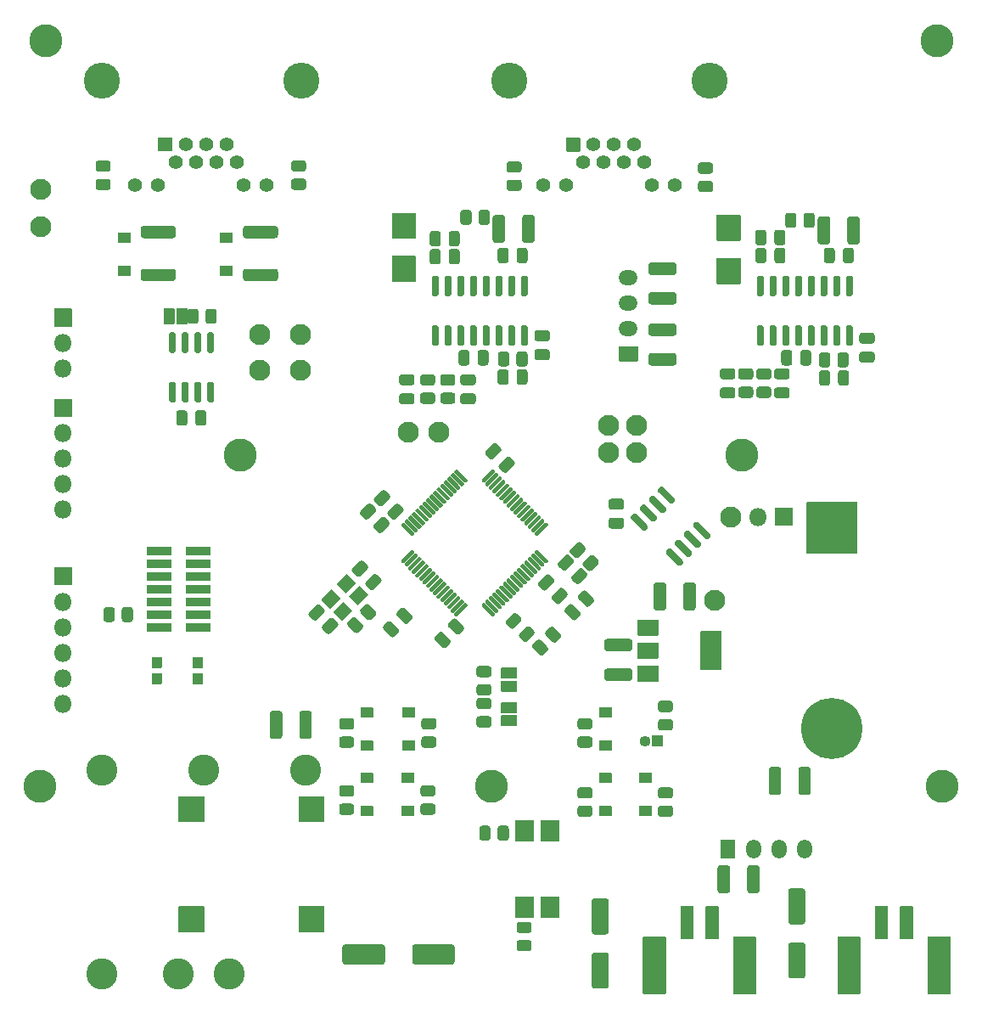
<source format=gts>
%TF.GenerationSoftware,KiCad,Pcbnew,5.1.7-a382d34a8~88~ubuntu20.04.1*%
%TF.CreationDate,2021-05-21T21:27:29+02:00*%
%TF.ProjectId,Shield_Nucleo,53686965-6c64-45f4-9e75-636c656f2e6b,rev?*%
%TF.SameCoordinates,Original*%
%TF.FileFunction,Soldermask,Top*%
%TF.FilePolarity,Negative*%
%FSLAX46Y46*%
G04 Gerber Fmt 4.6, Leading zero omitted, Abs format (unit mm)*
G04 Created by KiCad (PCBNEW 5.1.7-a382d34a8~88~ubuntu20.04.1) date 2021-05-21 21:27:29*
%MOMM*%
%LPD*%
G01*
G04 APERTURE LIST*
%ADD10O,1.800000X1.800000*%
%ADD11O,1.900000X1.500000*%
%ADD12O,1.500000X1.900000*%
%ADD13C,2.100000*%
%ADD14C,3.300000*%
%ADD15O,1.100000X1.100000*%
%ADD16C,1.400000*%
%ADD17C,3.600000*%
%ADD18C,3.100000*%
%ADD19C,6.100000*%
G04 APERTURE END LIST*
D10*
%TO.C,J5*%
X45800000Y-76960000D03*
X45800000Y-74420000D03*
X45800000Y-71880000D03*
X45800000Y-69340000D03*
G36*
G01*
X44900000Y-67650000D02*
X44900000Y-65950000D01*
G75*
G02*
X44950000Y-65900000I50000J0D01*
G01*
X46650000Y-65900000D01*
G75*
G02*
X46700000Y-65950000I0J-50000D01*
G01*
X46700000Y-67650000D01*
G75*
G02*
X46650000Y-67700000I-50000J0D01*
G01*
X44950000Y-67700000D01*
G75*
G02*
X44900000Y-67650000I0J50000D01*
G01*
G37*
%TD*%
%TO.C,J4*%
X45800000Y-62880000D03*
X45800000Y-60340000D03*
G36*
G01*
X44900000Y-58650000D02*
X44900000Y-56950000D01*
G75*
G02*
X44950000Y-56900000I50000J0D01*
G01*
X46650000Y-56900000D01*
G75*
G02*
X46700000Y-56950000I0J-50000D01*
G01*
X46700000Y-58650000D01*
G75*
G02*
X46650000Y-58700000I-50000J0D01*
G01*
X44950000Y-58700000D01*
G75*
G02*
X44900000Y-58650000I0J50000D01*
G01*
G37*
%TD*%
%TO.C,U9*%
G36*
G01*
X103100000Y-62150000D02*
X101300000Y-62150000D01*
G75*
G02*
X101250000Y-62100000I0J50000D01*
G01*
X101250000Y-60700000D01*
G75*
G02*
X101300000Y-60650000I50000J0D01*
G01*
X103100000Y-60650000D01*
G75*
G02*
X103150000Y-60700000I0J-50000D01*
G01*
X103150000Y-62100000D01*
G75*
G02*
X103100000Y-62150000I-50000J0D01*
G01*
G37*
D11*
X102200000Y-58860000D03*
X102200000Y-56320000D03*
X102200000Y-53780000D03*
%TD*%
%TO.C,U8*%
G36*
G01*
X111370000Y-111700000D02*
X111370000Y-109900000D01*
G75*
G02*
X111420000Y-109850000I50000J0D01*
G01*
X112820000Y-109850000D01*
G75*
G02*
X112870000Y-109900000I0J-50000D01*
G01*
X112870000Y-111700000D01*
G75*
G02*
X112820000Y-111750000I-50000J0D01*
G01*
X111420000Y-111750000D01*
G75*
G02*
X111370000Y-111700000I0J50000D01*
G01*
G37*
D12*
X114660000Y-110800000D03*
X117200000Y-110800000D03*
X119740000Y-110800000D03*
%TD*%
D13*
%TO.C,TP33*%
X43590000Y-45000000D03*
%TD*%
%TO.C,TP32*%
X43590000Y-48750000D03*
%TD*%
%TO.C,TP15*%
X69500000Y-59500000D03*
%TD*%
%TO.C,TP14*%
X65400000Y-63000000D03*
%TD*%
%TO.C,TP13*%
X65400000Y-59500000D03*
%TD*%
%TO.C,TP12*%
X103000000Y-71250000D03*
%TD*%
%TO.C,TP8*%
X100250000Y-71250000D03*
%TD*%
%TO.C,TP7*%
X100250000Y-68500000D03*
%TD*%
%TO.C,TP6*%
X103000000Y-68500000D03*
%TD*%
%TO.C,TP5*%
X83300000Y-69250000D03*
%TD*%
%TO.C,TP4*%
X80250000Y-69250000D03*
%TD*%
%TO.C,TP3*%
X112400000Y-77700000D03*
%TD*%
%TO.C,TP2*%
X110800000Y-86000000D03*
%TD*%
%TO.C,TP1*%
X69500000Y-63000000D03*
%TD*%
D14*
%TO.C,J7*%
X133500000Y-104500000D03*
X88500000Y-104500000D03*
X43500000Y-104500000D03*
X63500000Y-71500000D03*
X113500000Y-71500000D03*
X132950000Y-30200000D03*
X44050000Y-30200000D03*
%TD*%
%TO.C,U1*%
G36*
G01*
X80566750Y-79552893D02*
X79541445Y-78527588D01*
G75*
G02*
X79541445Y-78386166I70711J70711D01*
G01*
X79682866Y-78244745D01*
G75*
G02*
X79824288Y-78244745I70711J-70711D01*
G01*
X80849593Y-79270050D01*
G75*
G02*
X80849593Y-79411472I-70711J-70711D01*
G01*
X80708172Y-79552893D01*
G75*
G02*
X80566750Y-79552893I-70711J70711D01*
G01*
G37*
G36*
G01*
X80920303Y-79199340D02*
X79894998Y-78174035D01*
G75*
G02*
X79894998Y-78032613I70711J70711D01*
G01*
X80036419Y-77891192D01*
G75*
G02*
X80177841Y-77891192I70711J-70711D01*
G01*
X81203146Y-78916497D01*
G75*
G02*
X81203146Y-79057919I-70711J-70711D01*
G01*
X81061725Y-79199340D01*
G75*
G02*
X80920303Y-79199340I-70711J70711D01*
G01*
G37*
G36*
G01*
X81273856Y-78845787D02*
X80248551Y-77820482D01*
G75*
G02*
X80248551Y-77679060I70711J70711D01*
G01*
X80389972Y-77537639D01*
G75*
G02*
X80531394Y-77537639I70711J-70711D01*
G01*
X81556699Y-78562944D01*
G75*
G02*
X81556699Y-78704366I-70711J-70711D01*
G01*
X81415278Y-78845787D01*
G75*
G02*
X81273856Y-78845787I-70711J70711D01*
G01*
G37*
G36*
G01*
X81627410Y-78492233D02*
X80602105Y-77466928D01*
G75*
G02*
X80602105Y-77325506I70711J70711D01*
G01*
X80743526Y-77184085D01*
G75*
G02*
X80884948Y-77184085I70711J-70711D01*
G01*
X81910253Y-78209390D01*
G75*
G02*
X81910253Y-78350812I-70711J-70711D01*
G01*
X81768832Y-78492233D01*
G75*
G02*
X81627410Y-78492233I-70711J70711D01*
G01*
G37*
G36*
G01*
X81980963Y-78138680D02*
X80955658Y-77113375D01*
G75*
G02*
X80955658Y-76971953I70711J70711D01*
G01*
X81097079Y-76830532D01*
G75*
G02*
X81238501Y-76830532I70711J-70711D01*
G01*
X82263806Y-77855837D01*
G75*
G02*
X82263806Y-77997259I-70711J-70711D01*
G01*
X82122385Y-78138680D01*
G75*
G02*
X81980963Y-78138680I-70711J70711D01*
G01*
G37*
G36*
G01*
X82334517Y-77785126D02*
X81309212Y-76759821D01*
G75*
G02*
X81309212Y-76618399I70711J70711D01*
G01*
X81450633Y-76476978D01*
G75*
G02*
X81592055Y-76476978I70711J-70711D01*
G01*
X82617360Y-77502283D01*
G75*
G02*
X82617360Y-77643705I-70711J-70711D01*
G01*
X82475939Y-77785126D01*
G75*
G02*
X82334517Y-77785126I-70711J70711D01*
G01*
G37*
G36*
G01*
X82688070Y-77431573D02*
X81662765Y-76406268D01*
G75*
G02*
X81662765Y-76264846I70711J70711D01*
G01*
X81804186Y-76123425D01*
G75*
G02*
X81945608Y-76123425I70711J-70711D01*
G01*
X82970913Y-77148730D01*
G75*
G02*
X82970913Y-77290152I-70711J-70711D01*
G01*
X82829492Y-77431573D01*
G75*
G02*
X82688070Y-77431573I-70711J70711D01*
G01*
G37*
G36*
G01*
X83041623Y-77078020D02*
X82016318Y-76052715D01*
G75*
G02*
X82016318Y-75911293I70711J70711D01*
G01*
X82157739Y-75769872D01*
G75*
G02*
X82299161Y-75769872I70711J-70711D01*
G01*
X83324466Y-76795177D01*
G75*
G02*
X83324466Y-76936599I-70711J-70711D01*
G01*
X83183045Y-77078020D01*
G75*
G02*
X83041623Y-77078020I-70711J70711D01*
G01*
G37*
G36*
G01*
X83395177Y-76724466D02*
X82369872Y-75699161D01*
G75*
G02*
X82369872Y-75557739I70711J70711D01*
G01*
X82511293Y-75416318D01*
G75*
G02*
X82652715Y-75416318I70711J-70711D01*
G01*
X83678020Y-76441623D01*
G75*
G02*
X83678020Y-76583045I-70711J-70711D01*
G01*
X83536599Y-76724466D01*
G75*
G02*
X83395177Y-76724466I-70711J70711D01*
G01*
G37*
G36*
G01*
X83748730Y-76370913D02*
X82723425Y-75345608D01*
G75*
G02*
X82723425Y-75204186I70711J70711D01*
G01*
X82864846Y-75062765D01*
G75*
G02*
X83006268Y-75062765I70711J-70711D01*
G01*
X84031573Y-76088070D01*
G75*
G02*
X84031573Y-76229492I-70711J-70711D01*
G01*
X83890152Y-76370913D01*
G75*
G02*
X83748730Y-76370913I-70711J70711D01*
G01*
G37*
G36*
G01*
X84102283Y-76017360D02*
X83076978Y-74992055D01*
G75*
G02*
X83076978Y-74850633I70711J70711D01*
G01*
X83218399Y-74709212D01*
G75*
G02*
X83359821Y-74709212I70711J-70711D01*
G01*
X84385126Y-75734517D01*
G75*
G02*
X84385126Y-75875939I-70711J-70711D01*
G01*
X84243705Y-76017360D01*
G75*
G02*
X84102283Y-76017360I-70711J70711D01*
G01*
G37*
G36*
G01*
X84455837Y-75663806D02*
X83430532Y-74638501D01*
G75*
G02*
X83430532Y-74497079I70711J70711D01*
G01*
X83571953Y-74355658D01*
G75*
G02*
X83713375Y-74355658I70711J-70711D01*
G01*
X84738680Y-75380963D01*
G75*
G02*
X84738680Y-75522385I-70711J-70711D01*
G01*
X84597259Y-75663806D01*
G75*
G02*
X84455837Y-75663806I-70711J70711D01*
G01*
G37*
G36*
G01*
X84809390Y-75310253D02*
X83784085Y-74284948D01*
G75*
G02*
X83784085Y-74143526I70711J70711D01*
G01*
X83925506Y-74002105D01*
G75*
G02*
X84066928Y-74002105I70711J-70711D01*
G01*
X85092233Y-75027410D01*
G75*
G02*
X85092233Y-75168832I-70711J-70711D01*
G01*
X84950812Y-75310253D01*
G75*
G02*
X84809390Y-75310253I-70711J70711D01*
G01*
G37*
G36*
G01*
X85162944Y-74956699D02*
X84137639Y-73931394D01*
G75*
G02*
X84137639Y-73789972I70711J70711D01*
G01*
X84279060Y-73648551D01*
G75*
G02*
X84420482Y-73648551I70711J-70711D01*
G01*
X85445787Y-74673856D01*
G75*
G02*
X85445787Y-74815278I-70711J-70711D01*
G01*
X85304366Y-74956699D01*
G75*
G02*
X85162944Y-74956699I-70711J70711D01*
G01*
G37*
G36*
G01*
X85516497Y-74603146D02*
X84491192Y-73577841D01*
G75*
G02*
X84491192Y-73436419I70711J70711D01*
G01*
X84632613Y-73294998D01*
G75*
G02*
X84774035Y-73294998I70711J-70711D01*
G01*
X85799340Y-74320303D01*
G75*
G02*
X85799340Y-74461725I-70711J-70711D01*
G01*
X85657919Y-74603146D01*
G75*
G02*
X85516497Y-74603146I-70711J70711D01*
G01*
G37*
G36*
G01*
X85870050Y-74249593D02*
X84844745Y-73224288D01*
G75*
G02*
X84844745Y-73082866I70711J70711D01*
G01*
X84986166Y-72941445D01*
G75*
G02*
X85127588Y-72941445I70711J-70711D01*
G01*
X86152893Y-73966750D01*
G75*
G02*
X86152893Y-74108172I-70711J-70711D01*
G01*
X86011472Y-74249593D01*
G75*
G02*
X85870050Y-74249593I-70711J70711D01*
G01*
G37*
G36*
G01*
X87708528Y-74249593D02*
X87567107Y-74108172D01*
G75*
G02*
X87567107Y-73966750I70711J70711D01*
G01*
X88592412Y-72941445D01*
G75*
G02*
X88733834Y-72941445I70711J-70711D01*
G01*
X88875255Y-73082866D01*
G75*
G02*
X88875255Y-73224288I-70711J-70711D01*
G01*
X87849950Y-74249593D01*
G75*
G02*
X87708528Y-74249593I-70711J70711D01*
G01*
G37*
G36*
G01*
X88062081Y-74603146D02*
X87920660Y-74461725D01*
G75*
G02*
X87920660Y-74320303I70711J70711D01*
G01*
X88945965Y-73294998D01*
G75*
G02*
X89087387Y-73294998I70711J-70711D01*
G01*
X89228808Y-73436419D01*
G75*
G02*
X89228808Y-73577841I-70711J-70711D01*
G01*
X88203503Y-74603146D01*
G75*
G02*
X88062081Y-74603146I-70711J70711D01*
G01*
G37*
G36*
G01*
X88415634Y-74956699D02*
X88274213Y-74815278D01*
G75*
G02*
X88274213Y-74673856I70711J70711D01*
G01*
X89299518Y-73648551D01*
G75*
G02*
X89440940Y-73648551I70711J-70711D01*
G01*
X89582361Y-73789972D01*
G75*
G02*
X89582361Y-73931394I-70711J-70711D01*
G01*
X88557056Y-74956699D01*
G75*
G02*
X88415634Y-74956699I-70711J70711D01*
G01*
G37*
G36*
G01*
X88769188Y-75310253D02*
X88627767Y-75168832D01*
G75*
G02*
X88627767Y-75027410I70711J70711D01*
G01*
X89653072Y-74002105D01*
G75*
G02*
X89794494Y-74002105I70711J-70711D01*
G01*
X89935915Y-74143526D01*
G75*
G02*
X89935915Y-74284948I-70711J-70711D01*
G01*
X88910610Y-75310253D01*
G75*
G02*
X88769188Y-75310253I-70711J70711D01*
G01*
G37*
G36*
G01*
X89122741Y-75663806D02*
X88981320Y-75522385D01*
G75*
G02*
X88981320Y-75380963I70711J70711D01*
G01*
X90006625Y-74355658D01*
G75*
G02*
X90148047Y-74355658I70711J-70711D01*
G01*
X90289468Y-74497079D01*
G75*
G02*
X90289468Y-74638501I-70711J-70711D01*
G01*
X89264163Y-75663806D01*
G75*
G02*
X89122741Y-75663806I-70711J70711D01*
G01*
G37*
G36*
G01*
X89476295Y-76017360D02*
X89334874Y-75875939D01*
G75*
G02*
X89334874Y-75734517I70711J70711D01*
G01*
X90360179Y-74709212D01*
G75*
G02*
X90501601Y-74709212I70711J-70711D01*
G01*
X90643022Y-74850633D01*
G75*
G02*
X90643022Y-74992055I-70711J-70711D01*
G01*
X89617717Y-76017360D01*
G75*
G02*
X89476295Y-76017360I-70711J70711D01*
G01*
G37*
G36*
G01*
X89829848Y-76370913D02*
X89688427Y-76229492D01*
G75*
G02*
X89688427Y-76088070I70711J70711D01*
G01*
X90713732Y-75062765D01*
G75*
G02*
X90855154Y-75062765I70711J-70711D01*
G01*
X90996575Y-75204186D01*
G75*
G02*
X90996575Y-75345608I-70711J-70711D01*
G01*
X89971270Y-76370913D01*
G75*
G02*
X89829848Y-76370913I-70711J70711D01*
G01*
G37*
G36*
G01*
X90183401Y-76724466D02*
X90041980Y-76583045D01*
G75*
G02*
X90041980Y-76441623I70711J70711D01*
G01*
X91067285Y-75416318D01*
G75*
G02*
X91208707Y-75416318I70711J-70711D01*
G01*
X91350128Y-75557739D01*
G75*
G02*
X91350128Y-75699161I-70711J-70711D01*
G01*
X90324823Y-76724466D01*
G75*
G02*
X90183401Y-76724466I-70711J70711D01*
G01*
G37*
G36*
G01*
X90536955Y-77078020D02*
X90395534Y-76936599D01*
G75*
G02*
X90395534Y-76795177I70711J70711D01*
G01*
X91420839Y-75769872D01*
G75*
G02*
X91562261Y-75769872I70711J-70711D01*
G01*
X91703682Y-75911293D01*
G75*
G02*
X91703682Y-76052715I-70711J-70711D01*
G01*
X90678377Y-77078020D01*
G75*
G02*
X90536955Y-77078020I-70711J70711D01*
G01*
G37*
G36*
G01*
X90890508Y-77431573D02*
X90749087Y-77290152D01*
G75*
G02*
X90749087Y-77148730I70711J70711D01*
G01*
X91774392Y-76123425D01*
G75*
G02*
X91915814Y-76123425I70711J-70711D01*
G01*
X92057235Y-76264846D01*
G75*
G02*
X92057235Y-76406268I-70711J-70711D01*
G01*
X91031930Y-77431573D01*
G75*
G02*
X90890508Y-77431573I-70711J70711D01*
G01*
G37*
G36*
G01*
X91244061Y-77785126D02*
X91102640Y-77643705D01*
G75*
G02*
X91102640Y-77502283I70711J70711D01*
G01*
X92127945Y-76476978D01*
G75*
G02*
X92269367Y-76476978I70711J-70711D01*
G01*
X92410788Y-76618399D01*
G75*
G02*
X92410788Y-76759821I-70711J-70711D01*
G01*
X91385483Y-77785126D01*
G75*
G02*
X91244061Y-77785126I-70711J70711D01*
G01*
G37*
G36*
G01*
X91597615Y-78138680D02*
X91456194Y-77997259D01*
G75*
G02*
X91456194Y-77855837I70711J70711D01*
G01*
X92481499Y-76830532D01*
G75*
G02*
X92622921Y-76830532I70711J-70711D01*
G01*
X92764342Y-76971953D01*
G75*
G02*
X92764342Y-77113375I-70711J-70711D01*
G01*
X91739037Y-78138680D01*
G75*
G02*
X91597615Y-78138680I-70711J70711D01*
G01*
G37*
G36*
G01*
X91951168Y-78492233D02*
X91809747Y-78350812D01*
G75*
G02*
X91809747Y-78209390I70711J70711D01*
G01*
X92835052Y-77184085D01*
G75*
G02*
X92976474Y-77184085I70711J-70711D01*
G01*
X93117895Y-77325506D01*
G75*
G02*
X93117895Y-77466928I-70711J-70711D01*
G01*
X92092590Y-78492233D01*
G75*
G02*
X91951168Y-78492233I-70711J70711D01*
G01*
G37*
G36*
G01*
X92304722Y-78845787D02*
X92163301Y-78704366D01*
G75*
G02*
X92163301Y-78562944I70711J70711D01*
G01*
X93188606Y-77537639D01*
G75*
G02*
X93330028Y-77537639I70711J-70711D01*
G01*
X93471449Y-77679060D01*
G75*
G02*
X93471449Y-77820482I-70711J-70711D01*
G01*
X92446144Y-78845787D01*
G75*
G02*
X92304722Y-78845787I-70711J70711D01*
G01*
G37*
G36*
G01*
X92658275Y-79199340D02*
X92516854Y-79057919D01*
G75*
G02*
X92516854Y-78916497I70711J70711D01*
G01*
X93542159Y-77891192D01*
G75*
G02*
X93683581Y-77891192I70711J-70711D01*
G01*
X93825002Y-78032613D01*
G75*
G02*
X93825002Y-78174035I-70711J-70711D01*
G01*
X92799697Y-79199340D01*
G75*
G02*
X92658275Y-79199340I-70711J70711D01*
G01*
G37*
G36*
G01*
X93011828Y-79552893D02*
X92870407Y-79411472D01*
G75*
G02*
X92870407Y-79270050I70711J70711D01*
G01*
X93895712Y-78244745D01*
G75*
G02*
X94037134Y-78244745I70711J-70711D01*
G01*
X94178555Y-78386166D01*
G75*
G02*
X94178555Y-78527588I-70711J-70711D01*
G01*
X93153250Y-79552893D01*
G75*
G02*
X93011828Y-79552893I-70711J70711D01*
G01*
G37*
G36*
G01*
X93895712Y-82275255D02*
X92870407Y-81249950D01*
G75*
G02*
X92870407Y-81108528I70711J70711D01*
G01*
X93011828Y-80967107D01*
G75*
G02*
X93153250Y-80967107I70711J-70711D01*
G01*
X94178555Y-81992412D01*
G75*
G02*
X94178555Y-82133834I-70711J-70711D01*
G01*
X94037134Y-82275255D01*
G75*
G02*
X93895712Y-82275255I-70711J70711D01*
G01*
G37*
G36*
G01*
X93542159Y-82628808D02*
X92516854Y-81603503D01*
G75*
G02*
X92516854Y-81462081I70711J70711D01*
G01*
X92658275Y-81320660D01*
G75*
G02*
X92799697Y-81320660I70711J-70711D01*
G01*
X93825002Y-82345965D01*
G75*
G02*
X93825002Y-82487387I-70711J-70711D01*
G01*
X93683581Y-82628808D01*
G75*
G02*
X93542159Y-82628808I-70711J70711D01*
G01*
G37*
G36*
G01*
X93188606Y-82982361D02*
X92163301Y-81957056D01*
G75*
G02*
X92163301Y-81815634I70711J70711D01*
G01*
X92304722Y-81674213D01*
G75*
G02*
X92446144Y-81674213I70711J-70711D01*
G01*
X93471449Y-82699518D01*
G75*
G02*
X93471449Y-82840940I-70711J-70711D01*
G01*
X93330028Y-82982361D01*
G75*
G02*
X93188606Y-82982361I-70711J70711D01*
G01*
G37*
G36*
G01*
X92835052Y-83335915D02*
X91809747Y-82310610D01*
G75*
G02*
X91809747Y-82169188I70711J70711D01*
G01*
X91951168Y-82027767D01*
G75*
G02*
X92092590Y-82027767I70711J-70711D01*
G01*
X93117895Y-83053072D01*
G75*
G02*
X93117895Y-83194494I-70711J-70711D01*
G01*
X92976474Y-83335915D01*
G75*
G02*
X92835052Y-83335915I-70711J70711D01*
G01*
G37*
G36*
G01*
X92481499Y-83689468D02*
X91456194Y-82664163D01*
G75*
G02*
X91456194Y-82522741I70711J70711D01*
G01*
X91597615Y-82381320D01*
G75*
G02*
X91739037Y-82381320I70711J-70711D01*
G01*
X92764342Y-83406625D01*
G75*
G02*
X92764342Y-83548047I-70711J-70711D01*
G01*
X92622921Y-83689468D01*
G75*
G02*
X92481499Y-83689468I-70711J70711D01*
G01*
G37*
G36*
G01*
X92127945Y-84043022D02*
X91102640Y-83017717D01*
G75*
G02*
X91102640Y-82876295I70711J70711D01*
G01*
X91244061Y-82734874D01*
G75*
G02*
X91385483Y-82734874I70711J-70711D01*
G01*
X92410788Y-83760179D01*
G75*
G02*
X92410788Y-83901601I-70711J-70711D01*
G01*
X92269367Y-84043022D01*
G75*
G02*
X92127945Y-84043022I-70711J70711D01*
G01*
G37*
G36*
G01*
X91774392Y-84396575D02*
X90749087Y-83371270D01*
G75*
G02*
X90749087Y-83229848I70711J70711D01*
G01*
X90890508Y-83088427D01*
G75*
G02*
X91031930Y-83088427I70711J-70711D01*
G01*
X92057235Y-84113732D01*
G75*
G02*
X92057235Y-84255154I-70711J-70711D01*
G01*
X91915814Y-84396575D01*
G75*
G02*
X91774392Y-84396575I-70711J70711D01*
G01*
G37*
G36*
G01*
X91420839Y-84750128D02*
X90395534Y-83724823D01*
G75*
G02*
X90395534Y-83583401I70711J70711D01*
G01*
X90536955Y-83441980D01*
G75*
G02*
X90678377Y-83441980I70711J-70711D01*
G01*
X91703682Y-84467285D01*
G75*
G02*
X91703682Y-84608707I-70711J-70711D01*
G01*
X91562261Y-84750128D01*
G75*
G02*
X91420839Y-84750128I-70711J70711D01*
G01*
G37*
G36*
G01*
X91067285Y-85103682D02*
X90041980Y-84078377D01*
G75*
G02*
X90041980Y-83936955I70711J70711D01*
G01*
X90183401Y-83795534D01*
G75*
G02*
X90324823Y-83795534I70711J-70711D01*
G01*
X91350128Y-84820839D01*
G75*
G02*
X91350128Y-84962261I-70711J-70711D01*
G01*
X91208707Y-85103682D01*
G75*
G02*
X91067285Y-85103682I-70711J70711D01*
G01*
G37*
G36*
G01*
X90713732Y-85457235D02*
X89688427Y-84431930D01*
G75*
G02*
X89688427Y-84290508I70711J70711D01*
G01*
X89829848Y-84149087D01*
G75*
G02*
X89971270Y-84149087I70711J-70711D01*
G01*
X90996575Y-85174392D01*
G75*
G02*
X90996575Y-85315814I-70711J-70711D01*
G01*
X90855154Y-85457235D01*
G75*
G02*
X90713732Y-85457235I-70711J70711D01*
G01*
G37*
G36*
G01*
X90360179Y-85810788D02*
X89334874Y-84785483D01*
G75*
G02*
X89334874Y-84644061I70711J70711D01*
G01*
X89476295Y-84502640D01*
G75*
G02*
X89617717Y-84502640I70711J-70711D01*
G01*
X90643022Y-85527945D01*
G75*
G02*
X90643022Y-85669367I-70711J-70711D01*
G01*
X90501601Y-85810788D01*
G75*
G02*
X90360179Y-85810788I-70711J70711D01*
G01*
G37*
G36*
G01*
X90006625Y-86164342D02*
X88981320Y-85139037D01*
G75*
G02*
X88981320Y-84997615I70711J70711D01*
G01*
X89122741Y-84856194D01*
G75*
G02*
X89264163Y-84856194I70711J-70711D01*
G01*
X90289468Y-85881499D01*
G75*
G02*
X90289468Y-86022921I-70711J-70711D01*
G01*
X90148047Y-86164342D01*
G75*
G02*
X90006625Y-86164342I-70711J70711D01*
G01*
G37*
G36*
G01*
X89653072Y-86517895D02*
X88627767Y-85492590D01*
G75*
G02*
X88627767Y-85351168I70711J70711D01*
G01*
X88769188Y-85209747D01*
G75*
G02*
X88910610Y-85209747I70711J-70711D01*
G01*
X89935915Y-86235052D01*
G75*
G02*
X89935915Y-86376474I-70711J-70711D01*
G01*
X89794494Y-86517895D01*
G75*
G02*
X89653072Y-86517895I-70711J70711D01*
G01*
G37*
G36*
G01*
X89299518Y-86871449D02*
X88274213Y-85846144D01*
G75*
G02*
X88274213Y-85704722I70711J70711D01*
G01*
X88415634Y-85563301D01*
G75*
G02*
X88557056Y-85563301I70711J-70711D01*
G01*
X89582361Y-86588606D01*
G75*
G02*
X89582361Y-86730028I-70711J-70711D01*
G01*
X89440940Y-86871449D01*
G75*
G02*
X89299518Y-86871449I-70711J70711D01*
G01*
G37*
G36*
G01*
X88945965Y-87225002D02*
X87920660Y-86199697D01*
G75*
G02*
X87920660Y-86058275I70711J70711D01*
G01*
X88062081Y-85916854D01*
G75*
G02*
X88203503Y-85916854I70711J-70711D01*
G01*
X89228808Y-86942159D01*
G75*
G02*
X89228808Y-87083581I-70711J-70711D01*
G01*
X89087387Y-87225002D01*
G75*
G02*
X88945965Y-87225002I-70711J70711D01*
G01*
G37*
G36*
G01*
X88592412Y-87578555D02*
X87567107Y-86553250D01*
G75*
G02*
X87567107Y-86411828I70711J70711D01*
G01*
X87708528Y-86270407D01*
G75*
G02*
X87849950Y-86270407I70711J-70711D01*
G01*
X88875255Y-87295712D01*
G75*
G02*
X88875255Y-87437134I-70711J-70711D01*
G01*
X88733834Y-87578555D01*
G75*
G02*
X88592412Y-87578555I-70711J70711D01*
G01*
G37*
G36*
G01*
X84986166Y-87578555D02*
X84844745Y-87437134D01*
G75*
G02*
X84844745Y-87295712I70711J70711D01*
G01*
X85870050Y-86270407D01*
G75*
G02*
X86011472Y-86270407I70711J-70711D01*
G01*
X86152893Y-86411828D01*
G75*
G02*
X86152893Y-86553250I-70711J-70711D01*
G01*
X85127588Y-87578555D01*
G75*
G02*
X84986166Y-87578555I-70711J70711D01*
G01*
G37*
G36*
G01*
X84632613Y-87225002D02*
X84491192Y-87083581D01*
G75*
G02*
X84491192Y-86942159I70711J70711D01*
G01*
X85516497Y-85916854D01*
G75*
G02*
X85657919Y-85916854I70711J-70711D01*
G01*
X85799340Y-86058275D01*
G75*
G02*
X85799340Y-86199697I-70711J-70711D01*
G01*
X84774035Y-87225002D01*
G75*
G02*
X84632613Y-87225002I-70711J70711D01*
G01*
G37*
G36*
G01*
X84279060Y-86871449D02*
X84137639Y-86730028D01*
G75*
G02*
X84137639Y-86588606I70711J70711D01*
G01*
X85162944Y-85563301D01*
G75*
G02*
X85304366Y-85563301I70711J-70711D01*
G01*
X85445787Y-85704722D01*
G75*
G02*
X85445787Y-85846144I-70711J-70711D01*
G01*
X84420482Y-86871449D01*
G75*
G02*
X84279060Y-86871449I-70711J70711D01*
G01*
G37*
G36*
G01*
X83925506Y-86517895D02*
X83784085Y-86376474D01*
G75*
G02*
X83784085Y-86235052I70711J70711D01*
G01*
X84809390Y-85209747D01*
G75*
G02*
X84950812Y-85209747I70711J-70711D01*
G01*
X85092233Y-85351168D01*
G75*
G02*
X85092233Y-85492590I-70711J-70711D01*
G01*
X84066928Y-86517895D01*
G75*
G02*
X83925506Y-86517895I-70711J70711D01*
G01*
G37*
G36*
G01*
X83571953Y-86164342D02*
X83430532Y-86022921D01*
G75*
G02*
X83430532Y-85881499I70711J70711D01*
G01*
X84455837Y-84856194D01*
G75*
G02*
X84597259Y-84856194I70711J-70711D01*
G01*
X84738680Y-84997615D01*
G75*
G02*
X84738680Y-85139037I-70711J-70711D01*
G01*
X83713375Y-86164342D01*
G75*
G02*
X83571953Y-86164342I-70711J70711D01*
G01*
G37*
G36*
G01*
X83218399Y-85810788D02*
X83076978Y-85669367D01*
G75*
G02*
X83076978Y-85527945I70711J70711D01*
G01*
X84102283Y-84502640D01*
G75*
G02*
X84243705Y-84502640I70711J-70711D01*
G01*
X84385126Y-84644061D01*
G75*
G02*
X84385126Y-84785483I-70711J-70711D01*
G01*
X83359821Y-85810788D01*
G75*
G02*
X83218399Y-85810788I-70711J70711D01*
G01*
G37*
G36*
G01*
X82864846Y-85457235D02*
X82723425Y-85315814D01*
G75*
G02*
X82723425Y-85174392I70711J70711D01*
G01*
X83748730Y-84149087D01*
G75*
G02*
X83890152Y-84149087I70711J-70711D01*
G01*
X84031573Y-84290508D01*
G75*
G02*
X84031573Y-84431930I-70711J-70711D01*
G01*
X83006268Y-85457235D01*
G75*
G02*
X82864846Y-85457235I-70711J70711D01*
G01*
G37*
G36*
G01*
X82511293Y-85103682D02*
X82369872Y-84962261D01*
G75*
G02*
X82369872Y-84820839I70711J70711D01*
G01*
X83395177Y-83795534D01*
G75*
G02*
X83536599Y-83795534I70711J-70711D01*
G01*
X83678020Y-83936955D01*
G75*
G02*
X83678020Y-84078377I-70711J-70711D01*
G01*
X82652715Y-85103682D01*
G75*
G02*
X82511293Y-85103682I-70711J70711D01*
G01*
G37*
G36*
G01*
X82157739Y-84750128D02*
X82016318Y-84608707D01*
G75*
G02*
X82016318Y-84467285I70711J70711D01*
G01*
X83041623Y-83441980D01*
G75*
G02*
X83183045Y-83441980I70711J-70711D01*
G01*
X83324466Y-83583401D01*
G75*
G02*
X83324466Y-83724823I-70711J-70711D01*
G01*
X82299161Y-84750128D01*
G75*
G02*
X82157739Y-84750128I-70711J70711D01*
G01*
G37*
G36*
G01*
X81804186Y-84396575D02*
X81662765Y-84255154D01*
G75*
G02*
X81662765Y-84113732I70711J70711D01*
G01*
X82688070Y-83088427D01*
G75*
G02*
X82829492Y-83088427I70711J-70711D01*
G01*
X82970913Y-83229848D01*
G75*
G02*
X82970913Y-83371270I-70711J-70711D01*
G01*
X81945608Y-84396575D01*
G75*
G02*
X81804186Y-84396575I-70711J70711D01*
G01*
G37*
G36*
G01*
X81450633Y-84043022D02*
X81309212Y-83901601D01*
G75*
G02*
X81309212Y-83760179I70711J70711D01*
G01*
X82334517Y-82734874D01*
G75*
G02*
X82475939Y-82734874I70711J-70711D01*
G01*
X82617360Y-82876295D01*
G75*
G02*
X82617360Y-83017717I-70711J-70711D01*
G01*
X81592055Y-84043022D01*
G75*
G02*
X81450633Y-84043022I-70711J70711D01*
G01*
G37*
G36*
G01*
X81097079Y-83689468D02*
X80955658Y-83548047D01*
G75*
G02*
X80955658Y-83406625I70711J70711D01*
G01*
X81980963Y-82381320D01*
G75*
G02*
X82122385Y-82381320I70711J-70711D01*
G01*
X82263806Y-82522741D01*
G75*
G02*
X82263806Y-82664163I-70711J-70711D01*
G01*
X81238501Y-83689468D01*
G75*
G02*
X81097079Y-83689468I-70711J70711D01*
G01*
G37*
G36*
G01*
X80743526Y-83335915D02*
X80602105Y-83194494D01*
G75*
G02*
X80602105Y-83053072I70711J70711D01*
G01*
X81627410Y-82027767D01*
G75*
G02*
X81768832Y-82027767I70711J-70711D01*
G01*
X81910253Y-82169188D01*
G75*
G02*
X81910253Y-82310610I-70711J-70711D01*
G01*
X80884948Y-83335915D01*
G75*
G02*
X80743526Y-83335915I-70711J70711D01*
G01*
G37*
G36*
G01*
X80389972Y-82982361D02*
X80248551Y-82840940D01*
G75*
G02*
X80248551Y-82699518I70711J70711D01*
G01*
X81273856Y-81674213D01*
G75*
G02*
X81415278Y-81674213I70711J-70711D01*
G01*
X81556699Y-81815634D01*
G75*
G02*
X81556699Y-81957056I-70711J-70711D01*
G01*
X80531394Y-82982361D01*
G75*
G02*
X80389972Y-82982361I-70711J70711D01*
G01*
G37*
G36*
G01*
X80036419Y-82628808D02*
X79894998Y-82487387D01*
G75*
G02*
X79894998Y-82345965I70711J70711D01*
G01*
X80920303Y-81320660D01*
G75*
G02*
X81061725Y-81320660I70711J-70711D01*
G01*
X81203146Y-81462081D01*
G75*
G02*
X81203146Y-81603503I-70711J-70711D01*
G01*
X80177841Y-82628808D01*
G75*
G02*
X80036419Y-82628808I-70711J70711D01*
G01*
G37*
G36*
G01*
X79682866Y-82275255D02*
X79541445Y-82133834D01*
G75*
G02*
X79541445Y-81992412I70711J70711D01*
G01*
X80566750Y-80967107D01*
G75*
G02*
X80708172Y-80967107I70711J-70711D01*
G01*
X80849593Y-81108528D01*
G75*
G02*
X80849593Y-81249950I-70711J-70711D01*
G01*
X79824288Y-82275255D01*
G75*
G02*
X79682866Y-82275255I-70711J70711D01*
G01*
G37*
%TD*%
%TO.C,R23*%
G36*
G01*
X76183796Y-87888820D02*
X75511180Y-87216204D01*
G75*
G02*
X75511180Y-86828160I194022J194022D01*
G01*
X75918630Y-86420710D01*
G75*
G02*
X76306674Y-86420710I194022J-194022D01*
G01*
X76979290Y-87093326D01*
G75*
G02*
X76979290Y-87481370I-194022J-194022D01*
G01*
X76571840Y-87888820D01*
G75*
G02*
X76183796Y-87888820I-194022J194022D01*
G01*
G37*
G36*
G01*
X74893326Y-89179290D02*
X74220710Y-88506674D01*
G75*
G02*
X74220710Y-88118630I194022J194022D01*
G01*
X74628160Y-87711180D01*
G75*
G02*
X75016204Y-87711180I194022J-194022D01*
G01*
X75688820Y-88383796D01*
G75*
G02*
X75688820Y-88771840I-194022J-194022D01*
G01*
X75281370Y-89179290D01*
G75*
G02*
X74893326Y-89179290I-194022J194022D01*
G01*
G37*
%TD*%
%TO.C,R28*%
G36*
G01*
X94629031Y-90143585D02*
X93956415Y-89470969D01*
G75*
G02*
X93956415Y-89082925I194022J194022D01*
G01*
X94363865Y-88675475D01*
G75*
G02*
X94751909Y-88675475I194022J-194022D01*
G01*
X95424525Y-89348091D01*
G75*
G02*
X95424525Y-89736135I-194022J-194022D01*
G01*
X95017075Y-90143585D01*
G75*
G02*
X94629031Y-90143585I-194022J194022D01*
G01*
G37*
G36*
G01*
X93338561Y-91434055D02*
X92665945Y-90761439D01*
G75*
G02*
X92665945Y-90373395I194022J194022D01*
G01*
X93073395Y-89965945D01*
G75*
G02*
X93461439Y-89965945I194022J-194022D01*
G01*
X94134055Y-90638561D01*
G75*
G02*
X94134055Y-91026605I-194022J-194022D01*
G01*
X93726605Y-91434055D01*
G75*
G02*
X93338561Y-91434055I-194022J194022D01*
G01*
G37*
%TD*%
%TO.C,LED1*%
G36*
G01*
X91457452Y-88076862D02*
X90776862Y-88757452D01*
G75*
G02*
X90396792Y-88757452I-190035J190035D01*
G01*
X90016722Y-88377382D01*
G75*
G02*
X90016722Y-87997312I190035J190035D01*
G01*
X90697312Y-87316722D01*
G75*
G02*
X91077382Y-87316722I190035J-190035D01*
G01*
X91457452Y-87696792D01*
G75*
G02*
X91457452Y-88076862I-190035J-190035D01*
G01*
G37*
G36*
G01*
X92783278Y-89402688D02*
X92102688Y-90083278D01*
G75*
G02*
X91722618Y-90083278I-190035J190035D01*
G01*
X91342548Y-89703208D01*
G75*
G02*
X91342548Y-89323138I190035J190035D01*
G01*
X92023138Y-88642548D01*
G75*
G02*
X92403208Y-88642548I190035J-190035D01*
G01*
X92783278Y-89022618D01*
G75*
G02*
X92783278Y-89402688I-190035J-190035D01*
G01*
G37*
%TD*%
%TO.C,R27*%
G36*
G01*
X88275611Y-93650000D02*
X87324389Y-93650000D01*
G75*
G02*
X87050000Y-93375611I0J274389D01*
G01*
X87050000Y-92799389D01*
G75*
G02*
X87324389Y-92525000I274389J0D01*
G01*
X88275611Y-92525000D01*
G75*
G02*
X88550000Y-92799389I0J-274389D01*
G01*
X88550000Y-93375611D01*
G75*
G02*
X88275611Y-93650000I-274389J0D01*
G01*
G37*
G36*
G01*
X88275611Y-95475000D02*
X87324389Y-95475000D01*
G75*
G02*
X87050000Y-95200611I0J274389D01*
G01*
X87050000Y-94624389D01*
G75*
G02*
X87324389Y-94350000I274389J0D01*
G01*
X88275611Y-94350000D01*
G75*
G02*
X88550000Y-94624389I0J-274389D01*
G01*
X88550000Y-95200611D01*
G75*
G02*
X88275611Y-95475000I-274389J0D01*
G01*
G37*
%TD*%
%TO.C,R26*%
G36*
G01*
X88275611Y-96837500D02*
X87324389Y-96837500D01*
G75*
G02*
X87050000Y-96563111I0J274389D01*
G01*
X87050000Y-95986889D01*
G75*
G02*
X87324389Y-95712500I274389J0D01*
G01*
X88275611Y-95712500D01*
G75*
G02*
X88550000Y-95986889I0J-274389D01*
G01*
X88550000Y-96563111D01*
G75*
G02*
X88275611Y-96837500I-274389J0D01*
G01*
G37*
G36*
G01*
X88275611Y-98662500D02*
X87324389Y-98662500D01*
G75*
G02*
X87050000Y-98388111I0J274389D01*
G01*
X87050000Y-97811889D01*
G75*
G02*
X87324389Y-97537500I274389J0D01*
G01*
X88275611Y-97537500D01*
G75*
G02*
X88550000Y-97811889I0J-274389D01*
G01*
X88550000Y-98388111D01*
G75*
G02*
X88275611Y-98662500I-274389J0D01*
G01*
G37*
%TD*%
%TO.C,JP4*%
G36*
G01*
X89550000Y-96150000D02*
X91050000Y-96150000D01*
G75*
G02*
X91100000Y-96200000I0J-50000D01*
G01*
X91100000Y-97200000D01*
G75*
G02*
X91050000Y-97250000I-50000J0D01*
G01*
X89550000Y-97250000D01*
G75*
G02*
X89500000Y-97200000I0J50000D01*
G01*
X89500000Y-96200000D01*
G75*
G02*
X89550000Y-96150000I50000J0D01*
G01*
G37*
G36*
G01*
X89550000Y-97450000D02*
X91050000Y-97450000D01*
G75*
G02*
X91100000Y-97500000I0J-50000D01*
G01*
X91100000Y-98500000D01*
G75*
G02*
X91050000Y-98550000I-50000J0D01*
G01*
X89550000Y-98550000D01*
G75*
G02*
X89500000Y-98500000I0J50000D01*
G01*
X89500000Y-97500000D01*
G75*
G02*
X89550000Y-97450000I50000J0D01*
G01*
G37*
%TD*%
%TO.C,JP3*%
G36*
G01*
X89550000Y-92700000D02*
X91050000Y-92700000D01*
G75*
G02*
X91100000Y-92750000I0J-50000D01*
G01*
X91100000Y-93750000D01*
G75*
G02*
X91050000Y-93800000I-50000J0D01*
G01*
X89550000Y-93800000D01*
G75*
G02*
X89500000Y-93750000I0J50000D01*
G01*
X89500000Y-92750000D01*
G75*
G02*
X89550000Y-92700000I50000J0D01*
G01*
G37*
G36*
G01*
X89550000Y-94000000D02*
X91050000Y-94000000D01*
G75*
G02*
X91100000Y-94050000I0J-50000D01*
G01*
X91100000Y-95050000D01*
G75*
G02*
X91050000Y-95100000I-50000J0D01*
G01*
X89550000Y-95100000D01*
G75*
G02*
X89500000Y-95050000I0J50000D01*
G01*
X89500000Y-94050000D01*
G75*
G02*
X89550000Y-94000000I50000J0D01*
G01*
G37*
%TD*%
%TO.C,C40*%
G36*
G01*
X102328262Y-91075000D02*
X100071738Y-91075000D01*
G75*
G02*
X99800000Y-90803262I0J271738D01*
G01*
X99800000Y-90096738D01*
G75*
G02*
X100071738Y-89825000I271738J0D01*
G01*
X102328262Y-89825000D01*
G75*
G02*
X102600000Y-90096738I0J-271738D01*
G01*
X102600000Y-90803262D01*
G75*
G02*
X102328262Y-91075000I-271738J0D01*
G01*
G37*
G36*
G01*
X102328262Y-94025000D02*
X100071738Y-94025000D01*
G75*
G02*
X99800000Y-93753262I0J271738D01*
G01*
X99800000Y-93046738D01*
G75*
G02*
X100071738Y-92775000I271738J0D01*
G01*
X102328262Y-92775000D01*
G75*
G02*
X102600000Y-93046738I0J-271738D01*
G01*
X102600000Y-93753262D01*
G75*
G02*
X102328262Y-94025000I-271738J0D01*
G01*
G37*
%TD*%
%TO.C,C39*%
G36*
G01*
X105975000Y-84471738D02*
X105975000Y-86728262D01*
G75*
G02*
X105703262Y-87000000I-271738J0D01*
G01*
X104996738Y-87000000D01*
G75*
G02*
X104725000Y-86728262I0J271738D01*
G01*
X104725000Y-84471738D01*
G75*
G02*
X104996738Y-84200000I271738J0D01*
G01*
X105703262Y-84200000D01*
G75*
G02*
X105975000Y-84471738I0J-271738D01*
G01*
G37*
G36*
G01*
X108925000Y-84471738D02*
X108925000Y-86728262D01*
G75*
G02*
X108653262Y-87000000I-271738J0D01*
G01*
X107946738Y-87000000D01*
G75*
G02*
X107675000Y-86728262I0J271738D01*
G01*
X107675000Y-84471738D01*
G75*
G02*
X107946738Y-84200000I271738J0D01*
G01*
X108653262Y-84200000D01*
G75*
G02*
X108925000Y-84471738I0J-271738D01*
G01*
G37*
%TD*%
%TO.C,C38*%
G36*
G01*
X104471738Y-61325000D02*
X106728262Y-61325000D01*
G75*
G02*
X107000000Y-61596738I0J-271738D01*
G01*
X107000000Y-62303262D01*
G75*
G02*
X106728262Y-62575000I-271738J0D01*
G01*
X104471738Y-62575000D01*
G75*
G02*
X104200000Y-62303262I0J271738D01*
G01*
X104200000Y-61596738D01*
G75*
G02*
X104471738Y-61325000I271738J0D01*
G01*
G37*
G36*
G01*
X104471738Y-58375000D02*
X106728262Y-58375000D01*
G75*
G02*
X107000000Y-58646738I0J-271738D01*
G01*
X107000000Y-59353262D01*
G75*
G02*
X106728262Y-59625000I-271738J0D01*
G01*
X104471738Y-59625000D01*
G75*
G02*
X104200000Y-59353262I0J271738D01*
G01*
X104200000Y-58646738D01*
G75*
G02*
X104471738Y-58375000I271738J0D01*
G01*
G37*
%TD*%
%TO.C,C37*%
G36*
G01*
X112350000Y-112671738D02*
X112350000Y-114928262D01*
G75*
G02*
X112078262Y-115200000I-271738J0D01*
G01*
X111371738Y-115200000D01*
G75*
G02*
X111100000Y-114928262I0J271738D01*
G01*
X111100000Y-112671738D01*
G75*
G02*
X111371738Y-112400000I271738J0D01*
G01*
X112078262Y-112400000D01*
G75*
G02*
X112350000Y-112671738I0J-271738D01*
G01*
G37*
G36*
G01*
X115300000Y-112671738D02*
X115300000Y-114928262D01*
G75*
G02*
X115028262Y-115200000I-271738J0D01*
G01*
X114321738Y-115200000D01*
G75*
G02*
X114050000Y-114928262I0J271738D01*
G01*
X114050000Y-112671738D01*
G75*
G02*
X114321738Y-112400000I271738J0D01*
G01*
X115028262Y-112400000D01*
G75*
G02*
X115300000Y-112671738I0J-271738D01*
G01*
G37*
%TD*%
%TO.C,C36*%
G36*
G01*
X104471738Y-55250000D02*
X106728262Y-55250000D01*
G75*
G02*
X107000000Y-55521738I0J-271738D01*
G01*
X107000000Y-56228262D01*
G75*
G02*
X106728262Y-56500000I-271738J0D01*
G01*
X104471738Y-56500000D01*
G75*
G02*
X104200000Y-56228262I0J271738D01*
G01*
X104200000Y-55521738D01*
G75*
G02*
X104471738Y-55250000I271738J0D01*
G01*
G37*
G36*
G01*
X104471738Y-52300000D02*
X106728262Y-52300000D01*
G75*
G02*
X107000000Y-52571738I0J-271738D01*
G01*
X107000000Y-53278262D01*
G75*
G02*
X106728262Y-53550000I-271738J0D01*
G01*
X104471738Y-53550000D01*
G75*
G02*
X104200000Y-53278262I0J271738D01*
G01*
X104200000Y-52571738D01*
G75*
G02*
X104471738Y-52300000I271738J0D01*
G01*
G37*
%TD*%
%TO.C,C35*%
G36*
G01*
X117450000Y-102871738D02*
X117450000Y-105128262D01*
G75*
G02*
X117178262Y-105400000I-271738J0D01*
G01*
X116471738Y-105400000D01*
G75*
G02*
X116200000Y-105128262I0J271738D01*
G01*
X116200000Y-102871738D01*
G75*
G02*
X116471738Y-102600000I271738J0D01*
G01*
X117178262Y-102600000D01*
G75*
G02*
X117450000Y-102871738I0J-271738D01*
G01*
G37*
G36*
G01*
X120400000Y-102871738D02*
X120400000Y-105128262D01*
G75*
G02*
X120128262Y-105400000I-271738J0D01*
G01*
X119421738Y-105400000D01*
G75*
G02*
X119150000Y-105128262I0J271738D01*
G01*
X119150000Y-102871738D01*
G75*
G02*
X119421738Y-102600000I271738J0D01*
G01*
X120128262Y-102600000D01*
G75*
G02*
X120400000Y-102871738I0J-271738D01*
G01*
G37*
%TD*%
%TO.C,C29*%
G36*
G01*
X80625000Y-122036843D02*
X80625000Y-120563157D01*
G75*
G02*
X80888157Y-120300000I263157J0D01*
G01*
X84611843Y-120300000D01*
G75*
G02*
X84875000Y-120563157I0J-263157D01*
G01*
X84875000Y-122036843D01*
G75*
G02*
X84611843Y-122300000I-263157J0D01*
G01*
X80888157Y-122300000D01*
G75*
G02*
X80625000Y-122036843I0J263157D01*
G01*
G37*
G36*
G01*
X73675000Y-122036843D02*
X73675000Y-120563157D01*
G75*
G02*
X73938157Y-120300000I263157J0D01*
G01*
X77661843Y-120300000D01*
G75*
G02*
X77925000Y-120563157I0J-263157D01*
G01*
X77925000Y-122036843D01*
G75*
G02*
X77661843Y-122300000I-263157J0D01*
G01*
X73938157Y-122300000D01*
G75*
G02*
X73675000Y-122036843I0J263157D01*
G01*
G37*
%TD*%
%TO.C,C19*%
G36*
G01*
X67675000Y-97271738D02*
X67675000Y-99528262D01*
G75*
G02*
X67403262Y-99800000I-271738J0D01*
G01*
X66696738Y-99800000D01*
G75*
G02*
X66425000Y-99528262I0J271738D01*
G01*
X66425000Y-97271738D01*
G75*
G02*
X66696738Y-97000000I271738J0D01*
G01*
X67403262Y-97000000D01*
G75*
G02*
X67675000Y-97271738I0J-271738D01*
G01*
G37*
G36*
G01*
X70625000Y-97271738D02*
X70625000Y-99528262D01*
G75*
G02*
X70353262Y-99800000I-271738J0D01*
G01*
X69646738Y-99800000D01*
G75*
G02*
X69375000Y-99528262I0J271738D01*
G01*
X69375000Y-97271738D01*
G75*
G02*
X69646738Y-97000000I271738J0D01*
G01*
X70353262Y-97000000D01*
G75*
G02*
X70625000Y-97271738I0J-271738D01*
G01*
G37*
%TD*%
D15*
%TO.C,TH1*%
X103830000Y-100000000D03*
G36*
G01*
X105600000Y-100550000D02*
X104600000Y-100550000D01*
G75*
G02*
X104550000Y-100500000I0J50000D01*
G01*
X104550000Y-99500000D01*
G75*
G02*
X104600000Y-99450000I50000J0D01*
G01*
X105600000Y-99450000D01*
G75*
G02*
X105650000Y-99500000I0J-50000D01*
G01*
X105650000Y-100500000D01*
G75*
G02*
X105600000Y-100550000I-50000J0D01*
G01*
G37*
%TD*%
%TO.C,R25*%
G36*
G01*
X106375611Y-97137500D02*
X105424389Y-97137500D01*
G75*
G02*
X105150000Y-96863111I0J274389D01*
G01*
X105150000Y-96286889D01*
G75*
G02*
X105424389Y-96012500I274389J0D01*
G01*
X106375611Y-96012500D01*
G75*
G02*
X106650000Y-96286889I0J-274389D01*
G01*
X106650000Y-96863111D01*
G75*
G02*
X106375611Y-97137500I-274389J0D01*
G01*
G37*
G36*
G01*
X106375611Y-98962500D02*
X105424389Y-98962500D01*
G75*
G02*
X105150000Y-98688111I0J274389D01*
G01*
X105150000Y-98111889D01*
G75*
G02*
X105424389Y-97837500I274389J0D01*
G01*
X106375611Y-97837500D01*
G75*
G02*
X106650000Y-98111889I0J-274389D01*
G01*
X106650000Y-98688111D01*
G75*
G02*
X106375611Y-98962500I-274389J0D01*
G01*
G37*
%TD*%
%TO.C,J6*%
G36*
G01*
X112650000Y-125200000D02*
X112650000Y-119600000D01*
G75*
G02*
X112700000Y-119550000I50000J0D01*
G01*
X114900000Y-119550000D01*
G75*
G02*
X114950000Y-119600000I0J-50000D01*
G01*
X114950000Y-125200000D01*
G75*
G02*
X114900000Y-125250000I-50000J0D01*
G01*
X112700000Y-125250000D01*
G75*
G02*
X112650000Y-125200000I0J50000D01*
G01*
G37*
G36*
G01*
X109900000Y-119750000D02*
X109900000Y-116550000D01*
G75*
G02*
X109950000Y-116500000I50000J0D01*
G01*
X111150000Y-116500000D01*
G75*
G02*
X111200000Y-116550000I0J-50000D01*
G01*
X111200000Y-119750000D01*
G75*
G02*
X111150000Y-119800000I-50000J0D01*
G01*
X109950000Y-119800000D01*
G75*
G02*
X109900000Y-119750000I0J50000D01*
G01*
G37*
G36*
G01*
X107400000Y-119750000D02*
X107400000Y-116550000D01*
G75*
G02*
X107450000Y-116500000I50000J0D01*
G01*
X108650000Y-116500000D01*
G75*
G02*
X108700000Y-116550000I0J-50000D01*
G01*
X108700000Y-119750000D01*
G75*
G02*
X108650000Y-119800000I-50000J0D01*
G01*
X107450000Y-119800000D01*
G75*
G02*
X107400000Y-119750000I0J50000D01*
G01*
G37*
G36*
G01*
X103650000Y-125200000D02*
X103650000Y-119600000D01*
G75*
G02*
X103700000Y-119550000I50000J0D01*
G01*
X105900000Y-119550000D01*
G75*
G02*
X105950000Y-119600000I0J-50000D01*
G01*
X105950000Y-125200000D01*
G75*
G02*
X105900000Y-125250000I-50000J0D01*
G01*
X103700000Y-125250000D01*
G75*
G02*
X103650000Y-125200000I0J50000D01*
G01*
G37*
%TD*%
%TO.C,J1*%
G36*
G01*
X132050000Y-125200000D02*
X132050000Y-119600000D01*
G75*
G02*
X132100000Y-119550000I50000J0D01*
G01*
X134300000Y-119550000D01*
G75*
G02*
X134350000Y-119600000I0J-50000D01*
G01*
X134350000Y-125200000D01*
G75*
G02*
X134300000Y-125250000I-50000J0D01*
G01*
X132100000Y-125250000D01*
G75*
G02*
X132050000Y-125200000I0J50000D01*
G01*
G37*
G36*
G01*
X129300000Y-119750000D02*
X129300000Y-116550000D01*
G75*
G02*
X129350000Y-116500000I50000J0D01*
G01*
X130550000Y-116500000D01*
G75*
G02*
X130600000Y-116550000I0J-50000D01*
G01*
X130600000Y-119750000D01*
G75*
G02*
X130550000Y-119800000I-50000J0D01*
G01*
X129350000Y-119800000D01*
G75*
G02*
X129300000Y-119750000I0J50000D01*
G01*
G37*
G36*
G01*
X126800000Y-119750000D02*
X126800000Y-116550000D01*
G75*
G02*
X126850000Y-116500000I50000J0D01*
G01*
X128050000Y-116500000D01*
G75*
G02*
X128100000Y-116550000I0J-50000D01*
G01*
X128100000Y-119750000D01*
G75*
G02*
X128050000Y-119800000I-50000J0D01*
G01*
X126850000Y-119800000D01*
G75*
G02*
X126800000Y-119750000I0J50000D01*
G01*
G37*
G36*
G01*
X123050000Y-125200000D02*
X123050000Y-119600000D01*
G75*
G02*
X123100000Y-119550000I50000J0D01*
G01*
X125300000Y-119550000D01*
G75*
G02*
X125350000Y-119600000I0J-50000D01*
G01*
X125350000Y-125200000D01*
G75*
G02*
X125300000Y-125250000I-50000J0D01*
G01*
X123100000Y-125250000D01*
G75*
G02*
X123050000Y-125200000I0J50000D01*
G01*
G37*
%TD*%
%TO.C,SW1*%
G36*
G01*
X55650000Y-91700000D02*
X55650000Y-92700000D01*
G75*
G02*
X55600000Y-92750000I-50000J0D01*
G01*
X54700000Y-92750000D01*
G75*
G02*
X54650000Y-92700000I0J50000D01*
G01*
X54650000Y-91700000D01*
G75*
G02*
X54700000Y-91650000I50000J0D01*
G01*
X55600000Y-91650000D01*
G75*
G02*
X55650000Y-91700000I0J-50000D01*
G01*
G37*
G36*
G01*
X55650000Y-93300000D02*
X55650000Y-94300000D01*
G75*
G02*
X55600000Y-94350000I-50000J0D01*
G01*
X54700000Y-94350000D01*
G75*
G02*
X54650000Y-94300000I0J50000D01*
G01*
X54650000Y-93300000D01*
G75*
G02*
X54700000Y-93250000I50000J0D01*
G01*
X55600000Y-93250000D01*
G75*
G02*
X55650000Y-93300000I0J-50000D01*
G01*
G37*
G36*
G01*
X59750000Y-91700000D02*
X59750000Y-92700000D01*
G75*
G02*
X59700000Y-92750000I-50000J0D01*
G01*
X58800000Y-92750000D01*
G75*
G02*
X58750000Y-92700000I0J50000D01*
G01*
X58750000Y-91700000D01*
G75*
G02*
X58800000Y-91650000I50000J0D01*
G01*
X59700000Y-91650000D01*
G75*
G02*
X59750000Y-91700000I0J-50000D01*
G01*
G37*
G36*
G01*
X59750000Y-93300000D02*
X59750000Y-94300000D01*
G75*
G02*
X59700000Y-94350000I-50000J0D01*
G01*
X58800000Y-94350000D01*
G75*
G02*
X58750000Y-94300000I0J50000D01*
G01*
X58750000Y-93300000D01*
G75*
G02*
X58800000Y-93250000I50000J0D01*
G01*
X59700000Y-93250000D01*
G75*
G02*
X59750000Y-93300000I0J-50000D01*
G01*
G37*
%TD*%
%TO.C,PS5*%
G36*
G01*
X59850000Y-119100000D02*
X57350000Y-119100000D01*
G75*
G02*
X57300000Y-119050000I0J50000D01*
G01*
X57300000Y-116550000D01*
G75*
G02*
X57350000Y-116500000I50000J0D01*
G01*
X59850000Y-116500000D01*
G75*
G02*
X59900000Y-116550000I0J-50000D01*
G01*
X59900000Y-119050000D01*
G75*
G02*
X59850000Y-119100000I-50000J0D01*
G01*
G37*
G36*
G01*
X59850000Y-108100000D02*
X57350000Y-108100000D01*
G75*
G02*
X57300000Y-108050000I0J50000D01*
G01*
X57300000Y-105550000D01*
G75*
G02*
X57350000Y-105500000I50000J0D01*
G01*
X59850000Y-105500000D01*
G75*
G02*
X59900000Y-105550000I0J-50000D01*
G01*
X59900000Y-108050000D01*
G75*
G02*
X59850000Y-108100000I-50000J0D01*
G01*
G37*
G36*
G01*
X71850000Y-108100000D02*
X69350000Y-108100000D01*
G75*
G02*
X69300000Y-108050000I0J50000D01*
G01*
X69300000Y-105550000D01*
G75*
G02*
X69350000Y-105500000I50000J0D01*
G01*
X71850000Y-105500000D01*
G75*
G02*
X71900000Y-105550000I0J-50000D01*
G01*
X71900000Y-108050000D01*
G75*
G02*
X71850000Y-108100000I-50000J0D01*
G01*
G37*
G36*
G01*
X71850000Y-119100000D02*
X69350000Y-119100000D01*
G75*
G02*
X69300000Y-119050000I0J50000D01*
G01*
X69300000Y-116550000D01*
G75*
G02*
X69350000Y-116500000I50000J0D01*
G01*
X71850000Y-116500000D01*
G75*
G02*
X71900000Y-116550000I0J-50000D01*
G01*
X71900000Y-119050000D01*
G75*
G02*
X71850000Y-119100000I-50000J0D01*
G01*
G37*
%TD*%
%TO.C,C16*%
G36*
G01*
X99984375Y-119300000D02*
X98815625Y-119300000D01*
G75*
G02*
X98550000Y-119034375I0J265625D01*
G01*
X98550000Y-115965625D01*
G75*
G02*
X98815625Y-115700000I265625J0D01*
G01*
X99984375Y-115700000D01*
G75*
G02*
X100250000Y-115965625I0J-265625D01*
G01*
X100250000Y-119034375D01*
G75*
G02*
X99984375Y-119300000I-265625J0D01*
G01*
G37*
G36*
G01*
X99984375Y-124700000D02*
X98815625Y-124700000D01*
G75*
G02*
X98550000Y-124434375I0J265625D01*
G01*
X98550000Y-121365625D01*
G75*
G02*
X98815625Y-121100000I265625J0D01*
G01*
X99984375Y-121100000D01*
G75*
G02*
X100250000Y-121365625I0J-265625D01*
G01*
X100250000Y-124434375D01*
G75*
G02*
X99984375Y-124700000I-265625J0D01*
G01*
G37*
%TD*%
%TO.C,C15*%
G36*
G01*
X119584375Y-118300000D02*
X118415625Y-118300000D01*
G75*
G02*
X118150000Y-118034375I0J265625D01*
G01*
X118150000Y-114965625D01*
G75*
G02*
X118415625Y-114700000I265625J0D01*
G01*
X119584375Y-114700000D01*
G75*
G02*
X119850000Y-114965625I0J-265625D01*
G01*
X119850000Y-118034375D01*
G75*
G02*
X119584375Y-118300000I-265625J0D01*
G01*
G37*
G36*
G01*
X119584375Y-123700000D02*
X118415625Y-123700000D01*
G75*
G02*
X118150000Y-123434375I0J265625D01*
G01*
X118150000Y-120365625D01*
G75*
G02*
X118415625Y-120100000I265625J0D01*
G01*
X119584375Y-120100000D01*
G75*
G02*
X119850000Y-120365625I0J-265625D01*
G01*
X119850000Y-123434375D01*
G75*
G02*
X119584375Y-123700000I-265625J0D01*
G01*
G37*
%TD*%
%TO.C,U6*%
G36*
G01*
X115540000Y-55660000D02*
X115190000Y-55660000D01*
G75*
G02*
X115015000Y-55485000I0J175000D01*
G01*
X115015000Y-53785000D01*
G75*
G02*
X115190000Y-53610000I175000J0D01*
G01*
X115540000Y-53610000D01*
G75*
G02*
X115715000Y-53785000I0J-175000D01*
G01*
X115715000Y-55485000D01*
G75*
G02*
X115540000Y-55660000I-175000J0D01*
G01*
G37*
G36*
G01*
X116810000Y-55660000D02*
X116460000Y-55660000D01*
G75*
G02*
X116285000Y-55485000I0J175000D01*
G01*
X116285000Y-53785000D01*
G75*
G02*
X116460000Y-53610000I175000J0D01*
G01*
X116810000Y-53610000D01*
G75*
G02*
X116985000Y-53785000I0J-175000D01*
G01*
X116985000Y-55485000D01*
G75*
G02*
X116810000Y-55660000I-175000J0D01*
G01*
G37*
G36*
G01*
X118080000Y-55660000D02*
X117730000Y-55660000D01*
G75*
G02*
X117555000Y-55485000I0J175000D01*
G01*
X117555000Y-53785000D01*
G75*
G02*
X117730000Y-53610000I175000J0D01*
G01*
X118080000Y-53610000D01*
G75*
G02*
X118255000Y-53785000I0J-175000D01*
G01*
X118255000Y-55485000D01*
G75*
G02*
X118080000Y-55660000I-175000J0D01*
G01*
G37*
G36*
G01*
X119350000Y-55660000D02*
X119000000Y-55660000D01*
G75*
G02*
X118825000Y-55485000I0J175000D01*
G01*
X118825000Y-53785000D01*
G75*
G02*
X119000000Y-53610000I175000J0D01*
G01*
X119350000Y-53610000D01*
G75*
G02*
X119525000Y-53785000I0J-175000D01*
G01*
X119525000Y-55485000D01*
G75*
G02*
X119350000Y-55660000I-175000J0D01*
G01*
G37*
G36*
G01*
X120620000Y-55660000D02*
X120270000Y-55660000D01*
G75*
G02*
X120095000Y-55485000I0J175000D01*
G01*
X120095000Y-53785000D01*
G75*
G02*
X120270000Y-53610000I175000J0D01*
G01*
X120620000Y-53610000D01*
G75*
G02*
X120795000Y-53785000I0J-175000D01*
G01*
X120795000Y-55485000D01*
G75*
G02*
X120620000Y-55660000I-175000J0D01*
G01*
G37*
G36*
G01*
X121890000Y-55660000D02*
X121540000Y-55660000D01*
G75*
G02*
X121365000Y-55485000I0J175000D01*
G01*
X121365000Y-53785000D01*
G75*
G02*
X121540000Y-53610000I175000J0D01*
G01*
X121890000Y-53610000D01*
G75*
G02*
X122065000Y-53785000I0J-175000D01*
G01*
X122065000Y-55485000D01*
G75*
G02*
X121890000Y-55660000I-175000J0D01*
G01*
G37*
G36*
G01*
X123160000Y-55660000D02*
X122810000Y-55660000D01*
G75*
G02*
X122635000Y-55485000I0J175000D01*
G01*
X122635000Y-53785000D01*
G75*
G02*
X122810000Y-53610000I175000J0D01*
G01*
X123160000Y-53610000D01*
G75*
G02*
X123335000Y-53785000I0J-175000D01*
G01*
X123335000Y-55485000D01*
G75*
G02*
X123160000Y-55660000I-175000J0D01*
G01*
G37*
G36*
G01*
X124430000Y-55660000D02*
X124080000Y-55660000D01*
G75*
G02*
X123905000Y-55485000I0J175000D01*
G01*
X123905000Y-53785000D01*
G75*
G02*
X124080000Y-53610000I175000J0D01*
G01*
X124430000Y-53610000D01*
G75*
G02*
X124605000Y-53785000I0J-175000D01*
G01*
X124605000Y-55485000D01*
G75*
G02*
X124430000Y-55660000I-175000J0D01*
G01*
G37*
G36*
G01*
X124430000Y-60610000D02*
X124080000Y-60610000D01*
G75*
G02*
X123905000Y-60435000I0J175000D01*
G01*
X123905000Y-58735000D01*
G75*
G02*
X124080000Y-58560000I175000J0D01*
G01*
X124430000Y-58560000D01*
G75*
G02*
X124605000Y-58735000I0J-175000D01*
G01*
X124605000Y-60435000D01*
G75*
G02*
X124430000Y-60610000I-175000J0D01*
G01*
G37*
G36*
G01*
X123160000Y-60610000D02*
X122810000Y-60610000D01*
G75*
G02*
X122635000Y-60435000I0J175000D01*
G01*
X122635000Y-58735000D01*
G75*
G02*
X122810000Y-58560000I175000J0D01*
G01*
X123160000Y-58560000D01*
G75*
G02*
X123335000Y-58735000I0J-175000D01*
G01*
X123335000Y-60435000D01*
G75*
G02*
X123160000Y-60610000I-175000J0D01*
G01*
G37*
G36*
G01*
X121890000Y-60610000D02*
X121540000Y-60610000D01*
G75*
G02*
X121365000Y-60435000I0J175000D01*
G01*
X121365000Y-58735000D01*
G75*
G02*
X121540000Y-58560000I175000J0D01*
G01*
X121890000Y-58560000D01*
G75*
G02*
X122065000Y-58735000I0J-175000D01*
G01*
X122065000Y-60435000D01*
G75*
G02*
X121890000Y-60610000I-175000J0D01*
G01*
G37*
G36*
G01*
X120620000Y-60610000D02*
X120270000Y-60610000D01*
G75*
G02*
X120095000Y-60435000I0J175000D01*
G01*
X120095000Y-58735000D01*
G75*
G02*
X120270000Y-58560000I175000J0D01*
G01*
X120620000Y-58560000D01*
G75*
G02*
X120795000Y-58735000I0J-175000D01*
G01*
X120795000Y-60435000D01*
G75*
G02*
X120620000Y-60610000I-175000J0D01*
G01*
G37*
G36*
G01*
X119350000Y-60610000D02*
X119000000Y-60610000D01*
G75*
G02*
X118825000Y-60435000I0J175000D01*
G01*
X118825000Y-58735000D01*
G75*
G02*
X119000000Y-58560000I175000J0D01*
G01*
X119350000Y-58560000D01*
G75*
G02*
X119525000Y-58735000I0J-175000D01*
G01*
X119525000Y-60435000D01*
G75*
G02*
X119350000Y-60610000I-175000J0D01*
G01*
G37*
G36*
G01*
X118080000Y-60610000D02*
X117730000Y-60610000D01*
G75*
G02*
X117555000Y-60435000I0J175000D01*
G01*
X117555000Y-58735000D01*
G75*
G02*
X117730000Y-58560000I175000J0D01*
G01*
X118080000Y-58560000D01*
G75*
G02*
X118255000Y-58735000I0J-175000D01*
G01*
X118255000Y-60435000D01*
G75*
G02*
X118080000Y-60610000I-175000J0D01*
G01*
G37*
G36*
G01*
X116810000Y-60610000D02*
X116460000Y-60610000D01*
G75*
G02*
X116285000Y-60435000I0J175000D01*
G01*
X116285000Y-58735000D01*
G75*
G02*
X116460000Y-58560000I175000J0D01*
G01*
X116810000Y-58560000D01*
G75*
G02*
X116985000Y-58735000I0J-175000D01*
G01*
X116985000Y-60435000D01*
G75*
G02*
X116810000Y-60610000I-175000J0D01*
G01*
G37*
G36*
G01*
X115540000Y-60610000D02*
X115190000Y-60610000D01*
G75*
G02*
X115015000Y-60435000I0J175000D01*
G01*
X115015000Y-58735000D01*
G75*
G02*
X115190000Y-58560000I175000J0D01*
G01*
X115540000Y-58560000D01*
G75*
G02*
X115715000Y-58735000I0J-175000D01*
G01*
X115715000Y-60435000D01*
G75*
G02*
X115540000Y-60610000I-175000J0D01*
G01*
G37*
%TD*%
%TO.C,U5*%
G36*
G01*
X83110000Y-55670000D02*
X82760000Y-55670000D01*
G75*
G02*
X82585000Y-55495000I0J175000D01*
G01*
X82585000Y-53795000D01*
G75*
G02*
X82760000Y-53620000I175000J0D01*
G01*
X83110000Y-53620000D01*
G75*
G02*
X83285000Y-53795000I0J-175000D01*
G01*
X83285000Y-55495000D01*
G75*
G02*
X83110000Y-55670000I-175000J0D01*
G01*
G37*
G36*
G01*
X84380000Y-55670000D02*
X84030000Y-55670000D01*
G75*
G02*
X83855000Y-55495000I0J175000D01*
G01*
X83855000Y-53795000D01*
G75*
G02*
X84030000Y-53620000I175000J0D01*
G01*
X84380000Y-53620000D01*
G75*
G02*
X84555000Y-53795000I0J-175000D01*
G01*
X84555000Y-55495000D01*
G75*
G02*
X84380000Y-55670000I-175000J0D01*
G01*
G37*
G36*
G01*
X85650000Y-55670000D02*
X85300000Y-55670000D01*
G75*
G02*
X85125000Y-55495000I0J175000D01*
G01*
X85125000Y-53795000D01*
G75*
G02*
X85300000Y-53620000I175000J0D01*
G01*
X85650000Y-53620000D01*
G75*
G02*
X85825000Y-53795000I0J-175000D01*
G01*
X85825000Y-55495000D01*
G75*
G02*
X85650000Y-55670000I-175000J0D01*
G01*
G37*
G36*
G01*
X86920000Y-55670000D02*
X86570000Y-55670000D01*
G75*
G02*
X86395000Y-55495000I0J175000D01*
G01*
X86395000Y-53795000D01*
G75*
G02*
X86570000Y-53620000I175000J0D01*
G01*
X86920000Y-53620000D01*
G75*
G02*
X87095000Y-53795000I0J-175000D01*
G01*
X87095000Y-55495000D01*
G75*
G02*
X86920000Y-55670000I-175000J0D01*
G01*
G37*
G36*
G01*
X88190000Y-55670000D02*
X87840000Y-55670000D01*
G75*
G02*
X87665000Y-55495000I0J175000D01*
G01*
X87665000Y-53795000D01*
G75*
G02*
X87840000Y-53620000I175000J0D01*
G01*
X88190000Y-53620000D01*
G75*
G02*
X88365000Y-53795000I0J-175000D01*
G01*
X88365000Y-55495000D01*
G75*
G02*
X88190000Y-55670000I-175000J0D01*
G01*
G37*
G36*
G01*
X89460000Y-55670000D02*
X89110000Y-55670000D01*
G75*
G02*
X88935000Y-55495000I0J175000D01*
G01*
X88935000Y-53795000D01*
G75*
G02*
X89110000Y-53620000I175000J0D01*
G01*
X89460000Y-53620000D01*
G75*
G02*
X89635000Y-53795000I0J-175000D01*
G01*
X89635000Y-55495000D01*
G75*
G02*
X89460000Y-55670000I-175000J0D01*
G01*
G37*
G36*
G01*
X90730000Y-55670000D02*
X90380000Y-55670000D01*
G75*
G02*
X90205000Y-55495000I0J175000D01*
G01*
X90205000Y-53795000D01*
G75*
G02*
X90380000Y-53620000I175000J0D01*
G01*
X90730000Y-53620000D01*
G75*
G02*
X90905000Y-53795000I0J-175000D01*
G01*
X90905000Y-55495000D01*
G75*
G02*
X90730000Y-55670000I-175000J0D01*
G01*
G37*
G36*
G01*
X92000000Y-55670000D02*
X91650000Y-55670000D01*
G75*
G02*
X91475000Y-55495000I0J175000D01*
G01*
X91475000Y-53795000D01*
G75*
G02*
X91650000Y-53620000I175000J0D01*
G01*
X92000000Y-53620000D01*
G75*
G02*
X92175000Y-53795000I0J-175000D01*
G01*
X92175000Y-55495000D01*
G75*
G02*
X92000000Y-55670000I-175000J0D01*
G01*
G37*
G36*
G01*
X92000000Y-60620000D02*
X91650000Y-60620000D01*
G75*
G02*
X91475000Y-60445000I0J175000D01*
G01*
X91475000Y-58745000D01*
G75*
G02*
X91650000Y-58570000I175000J0D01*
G01*
X92000000Y-58570000D01*
G75*
G02*
X92175000Y-58745000I0J-175000D01*
G01*
X92175000Y-60445000D01*
G75*
G02*
X92000000Y-60620000I-175000J0D01*
G01*
G37*
G36*
G01*
X90730000Y-60620000D02*
X90380000Y-60620000D01*
G75*
G02*
X90205000Y-60445000I0J175000D01*
G01*
X90205000Y-58745000D01*
G75*
G02*
X90380000Y-58570000I175000J0D01*
G01*
X90730000Y-58570000D01*
G75*
G02*
X90905000Y-58745000I0J-175000D01*
G01*
X90905000Y-60445000D01*
G75*
G02*
X90730000Y-60620000I-175000J0D01*
G01*
G37*
G36*
G01*
X89460000Y-60620000D02*
X89110000Y-60620000D01*
G75*
G02*
X88935000Y-60445000I0J175000D01*
G01*
X88935000Y-58745000D01*
G75*
G02*
X89110000Y-58570000I175000J0D01*
G01*
X89460000Y-58570000D01*
G75*
G02*
X89635000Y-58745000I0J-175000D01*
G01*
X89635000Y-60445000D01*
G75*
G02*
X89460000Y-60620000I-175000J0D01*
G01*
G37*
G36*
G01*
X88190000Y-60620000D02*
X87840000Y-60620000D01*
G75*
G02*
X87665000Y-60445000I0J175000D01*
G01*
X87665000Y-58745000D01*
G75*
G02*
X87840000Y-58570000I175000J0D01*
G01*
X88190000Y-58570000D01*
G75*
G02*
X88365000Y-58745000I0J-175000D01*
G01*
X88365000Y-60445000D01*
G75*
G02*
X88190000Y-60620000I-175000J0D01*
G01*
G37*
G36*
G01*
X86920000Y-60620000D02*
X86570000Y-60620000D01*
G75*
G02*
X86395000Y-60445000I0J175000D01*
G01*
X86395000Y-58745000D01*
G75*
G02*
X86570000Y-58570000I175000J0D01*
G01*
X86920000Y-58570000D01*
G75*
G02*
X87095000Y-58745000I0J-175000D01*
G01*
X87095000Y-60445000D01*
G75*
G02*
X86920000Y-60620000I-175000J0D01*
G01*
G37*
G36*
G01*
X85650000Y-60620000D02*
X85300000Y-60620000D01*
G75*
G02*
X85125000Y-60445000I0J175000D01*
G01*
X85125000Y-58745000D01*
G75*
G02*
X85300000Y-58570000I175000J0D01*
G01*
X85650000Y-58570000D01*
G75*
G02*
X85825000Y-58745000I0J-175000D01*
G01*
X85825000Y-60445000D01*
G75*
G02*
X85650000Y-60620000I-175000J0D01*
G01*
G37*
G36*
G01*
X84380000Y-60620000D02*
X84030000Y-60620000D01*
G75*
G02*
X83855000Y-60445000I0J175000D01*
G01*
X83855000Y-58745000D01*
G75*
G02*
X84030000Y-58570000I175000J0D01*
G01*
X84380000Y-58570000D01*
G75*
G02*
X84555000Y-58745000I0J-175000D01*
G01*
X84555000Y-60445000D01*
G75*
G02*
X84380000Y-60620000I-175000J0D01*
G01*
G37*
G36*
G01*
X83110000Y-60620000D02*
X82760000Y-60620000D01*
G75*
G02*
X82585000Y-60445000I0J175000D01*
G01*
X82585000Y-58745000D01*
G75*
G02*
X82760000Y-58570000I175000J0D01*
G01*
X83110000Y-58570000D01*
G75*
G02*
X83285000Y-58745000I0J-175000D01*
G01*
X83285000Y-60445000D01*
G75*
G02*
X83110000Y-60620000I-175000J0D01*
G01*
G37*
%TD*%
%TO.C,R13*%
G36*
G01*
X90324389Y-44037500D02*
X91275611Y-44037500D01*
G75*
G02*
X91550000Y-44311889I0J-274389D01*
G01*
X91550000Y-44888111D01*
G75*
G02*
X91275611Y-45162500I-274389J0D01*
G01*
X90324389Y-45162500D01*
G75*
G02*
X90050000Y-44888111I0J274389D01*
G01*
X90050000Y-44311889D01*
G75*
G02*
X90324389Y-44037500I274389J0D01*
G01*
G37*
G36*
G01*
X90324389Y-42212500D02*
X91275611Y-42212500D01*
G75*
G02*
X91550000Y-42486889I0J-274389D01*
G01*
X91550000Y-43063111D01*
G75*
G02*
X91275611Y-43337500I-274389J0D01*
G01*
X90324389Y-43337500D01*
G75*
G02*
X90050000Y-43063111I0J274389D01*
G01*
X90050000Y-42486889D01*
G75*
G02*
X90324389Y-42212500I274389J0D01*
G01*
G37*
%TD*%
D16*
%TO.C,J3*%
X103812000Y-42330000D03*
D17*
X110289000Y-34200000D03*
X90350000Y-34200000D03*
D16*
X106796500Y-44614000D03*
X96001500Y-44614000D03*
X100764000Y-40550000D03*
G36*
G01*
X96000000Y-41200000D02*
X96000000Y-39900000D01*
G75*
G02*
X96050000Y-39850000I50000J0D01*
G01*
X97350000Y-39850000D01*
G75*
G02*
X97400000Y-39900000I0J-50000D01*
G01*
X97400000Y-41200000D01*
G75*
G02*
X97350000Y-41250000I-50000J0D01*
G01*
X96050000Y-41250000D01*
G75*
G02*
X96000000Y-41200000I0J50000D01*
G01*
G37*
X102796000Y-40550000D03*
X93715500Y-44614000D03*
X98732000Y-40550000D03*
X104510500Y-44614000D03*
X97716000Y-42330000D03*
X99748000Y-42330000D03*
X101780000Y-42330000D03*
%TD*%
%TO.C,J2*%
X63112000Y-42280000D03*
D17*
X69589000Y-34150000D03*
X49650000Y-34150000D03*
D16*
X66096500Y-44564000D03*
X55301500Y-44564000D03*
X60064000Y-40500000D03*
G36*
G01*
X55300000Y-41150000D02*
X55300000Y-39850000D01*
G75*
G02*
X55350000Y-39800000I50000J0D01*
G01*
X56650000Y-39800000D01*
G75*
G02*
X56700000Y-39850000I0J-50000D01*
G01*
X56700000Y-41150000D01*
G75*
G02*
X56650000Y-41200000I-50000J0D01*
G01*
X55350000Y-41200000D01*
G75*
G02*
X55300000Y-41150000I0J50000D01*
G01*
G37*
X62096000Y-40500000D03*
X53015500Y-44564000D03*
X58032000Y-40500000D03*
X63810500Y-44564000D03*
X57016000Y-42280000D03*
X59048000Y-42280000D03*
X61080000Y-42280000D03*
%TD*%
D10*
%TO.C,SWD1*%
X45800000Y-96300000D03*
X45800000Y-93760000D03*
X45800000Y-91220000D03*
X45800000Y-88680000D03*
X45800000Y-86140000D03*
G36*
G01*
X44900000Y-84450000D02*
X44900000Y-82750000D01*
G75*
G02*
X44950000Y-82700000I50000J0D01*
G01*
X46650000Y-82700000D01*
G75*
G02*
X46700000Y-82750000I0J-50000D01*
G01*
X46700000Y-84450000D01*
G75*
G02*
X46650000Y-84500000I-50000J0D01*
G01*
X44950000Y-84500000D01*
G75*
G02*
X44900000Y-84450000I0J50000D01*
G01*
G37*
%TD*%
%TO.C,R24*%
G36*
G01*
X51662500Y-87875611D02*
X51662500Y-86924389D01*
G75*
G02*
X51936889Y-86650000I274389J0D01*
G01*
X52513111Y-86650000D01*
G75*
G02*
X52787500Y-86924389I0J-274389D01*
G01*
X52787500Y-87875611D01*
G75*
G02*
X52513111Y-88150000I-274389J0D01*
G01*
X51936889Y-88150000D01*
G75*
G02*
X51662500Y-87875611I0J274389D01*
G01*
G37*
G36*
G01*
X49837500Y-87875611D02*
X49837500Y-86924389D01*
G75*
G02*
X50111889Y-86650000I274389J0D01*
G01*
X50688111Y-86650000D01*
G75*
G02*
X50962500Y-86924389I0J-274389D01*
G01*
X50962500Y-87875611D01*
G75*
G02*
X50688111Y-88150000I-274389J0D01*
G01*
X50111889Y-88150000D01*
G75*
G02*
X49837500Y-87875611I0J274389D01*
G01*
G37*
%TD*%
%TO.C,J8*%
G36*
G01*
X58050000Y-89050000D02*
X58050000Y-88310000D01*
G75*
G02*
X58100000Y-88260000I50000J0D01*
G01*
X60500000Y-88260000D01*
G75*
G02*
X60550000Y-88310000I0J-50000D01*
G01*
X60550000Y-89050000D01*
G75*
G02*
X60500000Y-89100000I-50000J0D01*
G01*
X58100000Y-89100000D01*
G75*
G02*
X58050000Y-89050000I0J50000D01*
G01*
G37*
G36*
G01*
X54150000Y-89050000D02*
X54150000Y-88310000D01*
G75*
G02*
X54200000Y-88260000I50000J0D01*
G01*
X56600000Y-88260000D01*
G75*
G02*
X56650000Y-88310000I0J-50000D01*
G01*
X56650000Y-89050000D01*
G75*
G02*
X56600000Y-89100000I-50000J0D01*
G01*
X54200000Y-89100000D01*
G75*
G02*
X54150000Y-89050000I0J50000D01*
G01*
G37*
G36*
G01*
X58050000Y-87780000D02*
X58050000Y-87040000D01*
G75*
G02*
X58100000Y-86990000I50000J0D01*
G01*
X60500000Y-86990000D01*
G75*
G02*
X60550000Y-87040000I0J-50000D01*
G01*
X60550000Y-87780000D01*
G75*
G02*
X60500000Y-87830000I-50000J0D01*
G01*
X58100000Y-87830000D01*
G75*
G02*
X58050000Y-87780000I0J50000D01*
G01*
G37*
G36*
G01*
X54150000Y-87780000D02*
X54150000Y-87040000D01*
G75*
G02*
X54200000Y-86990000I50000J0D01*
G01*
X56600000Y-86990000D01*
G75*
G02*
X56650000Y-87040000I0J-50000D01*
G01*
X56650000Y-87780000D01*
G75*
G02*
X56600000Y-87830000I-50000J0D01*
G01*
X54200000Y-87830000D01*
G75*
G02*
X54150000Y-87780000I0J50000D01*
G01*
G37*
G36*
G01*
X58050000Y-86510000D02*
X58050000Y-85770000D01*
G75*
G02*
X58100000Y-85720000I50000J0D01*
G01*
X60500000Y-85720000D01*
G75*
G02*
X60550000Y-85770000I0J-50000D01*
G01*
X60550000Y-86510000D01*
G75*
G02*
X60500000Y-86560000I-50000J0D01*
G01*
X58100000Y-86560000D01*
G75*
G02*
X58050000Y-86510000I0J50000D01*
G01*
G37*
G36*
G01*
X54150000Y-86510000D02*
X54150000Y-85770000D01*
G75*
G02*
X54200000Y-85720000I50000J0D01*
G01*
X56600000Y-85720000D01*
G75*
G02*
X56650000Y-85770000I0J-50000D01*
G01*
X56650000Y-86510000D01*
G75*
G02*
X56600000Y-86560000I-50000J0D01*
G01*
X54200000Y-86560000D01*
G75*
G02*
X54150000Y-86510000I0J50000D01*
G01*
G37*
G36*
G01*
X58050000Y-85240000D02*
X58050000Y-84500000D01*
G75*
G02*
X58100000Y-84450000I50000J0D01*
G01*
X60500000Y-84450000D01*
G75*
G02*
X60550000Y-84500000I0J-50000D01*
G01*
X60550000Y-85240000D01*
G75*
G02*
X60500000Y-85290000I-50000J0D01*
G01*
X58100000Y-85290000D01*
G75*
G02*
X58050000Y-85240000I0J50000D01*
G01*
G37*
G36*
G01*
X54150000Y-85240000D02*
X54150000Y-84500000D01*
G75*
G02*
X54200000Y-84450000I50000J0D01*
G01*
X56600000Y-84450000D01*
G75*
G02*
X56650000Y-84500000I0J-50000D01*
G01*
X56650000Y-85240000D01*
G75*
G02*
X56600000Y-85290000I-50000J0D01*
G01*
X54200000Y-85290000D01*
G75*
G02*
X54150000Y-85240000I0J50000D01*
G01*
G37*
G36*
G01*
X58050000Y-83970000D02*
X58050000Y-83230000D01*
G75*
G02*
X58100000Y-83180000I50000J0D01*
G01*
X60500000Y-83180000D01*
G75*
G02*
X60550000Y-83230000I0J-50000D01*
G01*
X60550000Y-83970000D01*
G75*
G02*
X60500000Y-84020000I-50000J0D01*
G01*
X58100000Y-84020000D01*
G75*
G02*
X58050000Y-83970000I0J50000D01*
G01*
G37*
G36*
G01*
X54150000Y-83970000D02*
X54150000Y-83230000D01*
G75*
G02*
X54200000Y-83180000I50000J0D01*
G01*
X56600000Y-83180000D01*
G75*
G02*
X56650000Y-83230000I0J-50000D01*
G01*
X56650000Y-83970000D01*
G75*
G02*
X56600000Y-84020000I-50000J0D01*
G01*
X54200000Y-84020000D01*
G75*
G02*
X54150000Y-83970000I0J50000D01*
G01*
G37*
G36*
G01*
X58050000Y-82700000D02*
X58050000Y-81960000D01*
G75*
G02*
X58100000Y-81910000I50000J0D01*
G01*
X60500000Y-81910000D01*
G75*
G02*
X60550000Y-81960000I0J-50000D01*
G01*
X60550000Y-82700000D01*
G75*
G02*
X60500000Y-82750000I-50000J0D01*
G01*
X58100000Y-82750000D01*
G75*
G02*
X58050000Y-82700000I0J50000D01*
G01*
G37*
G36*
G01*
X54150000Y-82700000D02*
X54150000Y-81960000D01*
G75*
G02*
X54200000Y-81910000I50000J0D01*
G01*
X56600000Y-81910000D01*
G75*
G02*
X56650000Y-81960000I0J-50000D01*
G01*
X56650000Y-82700000D01*
G75*
G02*
X56600000Y-82750000I-50000J0D01*
G01*
X54200000Y-82750000D01*
G75*
G02*
X54150000Y-82700000I0J50000D01*
G01*
G37*
G36*
G01*
X58050000Y-81430000D02*
X58050000Y-80690000D01*
G75*
G02*
X58100000Y-80640000I50000J0D01*
G01*
X60500000Y-80640000D01*
G75*
G02*
X60550000Y-80690000I0J-50000D01*
G01*
X60550000Y-81430000D01*
G75*
G02*
X60500000Y-81480000I-50000J0D01*
G01*
X58100000Y-81480000D01*
G75*
G02*
X58050000Y-81430000I0J50000D01*
G01*
G37*
G36*
G01*
X54150000Y-81430000D02*
X54150000Y-80690000D01*
G75*
G02*
X54200000Y-80640000I50000J0D01*
G01*
X56600000Y-80640000D01*
G75*
G02*
X56650000Y-80690000I0J-50000D01*
G01*
X56650000Y-81430000D01*
G75*
G02*
X56600000Y-81480000I-50000J0D01*
G01*
X54200000Y-81480000D01*
G75*
G02*
X54150000Y-81430000I0J50000D01*
G01*
G37*
%TD*%
%TO.C,R17*%
G36*
G01*
X114385611Y-63980000D02*
X113434389Y-63980000D01*
G75*
G02*
X113160000Y-63705611I0J274389D01*
G01*
X113160000Y-63129389D01*
G75*
G02*
X113434389Y-62855000I274389J0D01*
G01*
X114385611Y-62855000D01*
G75*
G02*
X114660000Y-63129389I0J-274389D01*
G01*
X114660000Y-63705611D01*
G75*
G02*
X114385611Y-63980000I-274389J0D01*
G01*
G37*
G36*
G01*
X114385611Y-65805000D02*
X113434389Y-65805000D01*
G75*
G02*
X113160000Y-65530611I0J274389D01*
G01*
X113160000Y-64954389D01*
G75*
G02*
X113434389Y-64680000I274389J0D01*
G01*
X114385611Y-64680000D01*
G75*
G02*
X114660000Y-64954389I0J-274389D01*
G01*
X114660000Y-65530611D01*
G75*
G02*
X114385611Y-65805000I-274389J0D01*
G01*
G37*
%TD*%
%TO.C,Y1*%
G36*
G01*
X75384924Y-84568629D02*
X76233452Y-85417157D01*
G75*
G02*
X76233452Y-85487867I-35355J-35355D01*
G01*
X75243502Y-86477817D01*
G75*
G02*
X75172792Y-86477817I-35355J35355D01*
G01*
X74324264Y-85629289D01*
G75*
G02*
X74324264Y-85558579I35355J35355D01*
G01*
X75314214Y-84568629D01*
G75*
G02*
X75384924Y-84568629I35355J-35355D01*
G01*
G37*
G36*
G01*
X73829289Y-86124264D02*
X74677817Y-86972792D01*
G75*
G02*
X74677817Y-87043502I-35355J-35355D01*
G01*
X73687867Y-88033452D01*
G75*
G02*
X73617157Y-88033452I-35355J35355D01*
G01*
X72768629Y-87184924D01*
G75*
G02*
X72768629Y-87114214I35355J35355D01*
G01*
X73758579Y-86124264D01*
G75*
G02*
X73829289Y-86124264I35355J-35355D01*
G01*
G37*
G36*
G01*
X72627208Y-84922183D02*
X73475736Y-85770711D01*
G75*
G02*
X73475736Y-85841421I-35355J-35355D01*
G01*
X72485786Y-86831371D01*
G75*
G02*
X72415076Y-86831371I-35355J35355D01*
G01*
X71566548Y-85982843D01*
G75*
G02*
X71566548Y-85912133I35355J35355D01*
G01*
X72556498Y-84922183D01*
G75*
G02*
X72627208Y-84922183I35355J-35355D01*
G01*
G37*
G36*
G01*
X74182843Y-83366548D02*
X75031371Y-84215076D01*
G75*
G02*
X75031371Y-84285786I-35355J-35355D01*
G01*
X74041421Y-85275736D01*
G75*
G02*
X73970711Y-85275736I-35355J35355D01*
G01*
X73122183Y-84427208D01*
G75*
G02*
X73122183Y-84356498I35355J35355D01*
G01*
X74112133Y-83366548D01*
G75*
G02*
X74182843Y-83366548I35355J-35355D01*
G01*
G37*
%TD*%
%TO.C,U7*%
G36*
G01*
X93480000Y-115540000D02*
X95260000Y-115540000D01*
G75*
G02*
X95310000Y-115590000I0J-50000D01*
G01*
X95310000Y-117590000D01*
G75*
G02*
X95260000Y-117640000I-50000J0D01*
G01*
X93480000Y-117640000D01*
G75*
G02*
X93430000Y-117590000I0J50000D01*
G01*
X93430000Y-115590000D01*
G75*
G02*
X93480000Y-115540000I50000J0D01*
G01*
G37*
G36*
G01*
X90940000Y-107920000D02*
X92720000Y-107920000D01*
G75*
G02*
X92770000Y-107970000I0J-50000D01*
G01*
X92770000Y-109970000D01*
G75*
G02*
X92720000Y-110020000I-50000J0D01*
G01*
X90940000Y-110020000D01*
G75*
G02*
X90890000Y-109970000I0J50000D01*
G01*
X90890000Y-107970000D01*
G75*
G02*
X90940000Y-107920000I50000J0D01*
G01*
G37*
G36*
G01*
X90940000Y-115540000D02*
X92720000Y-115540000D01*
G75*
G02*
X92770000Y-115590000I0J-50000D01*
G01*
X92770000Y-117590000D01*
G75*
G02*
X92720000Y-117640000I-50000J0D01*
G01*
X90940000Y-117640000D01*
G75*
G02*
X90890000Y-117590000I0J50000D01*
G01*
X90890000Y-115590000D01*
G75*
G02*
X90940000Y-115540000I50000J0D01*
G01*
G37*
G36*
G01*
X93480000Y-107920000D02*
X95260000Y-107920000D01*
G75*
G02*
X95310000Y-107970000I0J-50000D01*
G01*
X95310000Y-109970000D01*
G75*
G02*
X95260000Y-110020000I-50000J0D01*
G01*
X93480000Y-110020000D01*
G75*
G02*
X93430000Y-109970000I0J50000D01*
G01*
X93430000Y-107970000D01*
G75*
G02*
X93480000Y-107920000I50000J0D01*
G01*
G37*
%TD*%
%TO.C,R22*%
G36*
G01*
X92275611Y-119162500D02*
X91324389Y-119162500D01*
G75*
G02*
X91050000Y-118888111I0J274389D01*
G01*
X91050000Y-118311889D01*
G75*
G02*
X91324389Y-118037500I274389J0D01*
G01*
X92275611Y-118037500D01*
G75*
G02*
X92550000Y-118311889I0J-274389D01*
G01*
X92550000Y-118888111D01*
G75*
G02*
X92275611Y-119162500I-274389J0D01*
G01*
G37*
G36*
G01*
X92275611Y-120987500D02*
X91324389Y-120987500D01*
G75*
G02*
X91050000Y-120713111I0J274389D01*
G01*
X91050000Y-120136889D01*
G75*
G02*
X91324389Y-119862500I274389J0D01*
G01*
X92275611Y-119862500D01*
G75*
G02*
X92550000Y-120136889I0J-274389D01*
G01*
X92550000Y-120713111D01*
G75*
G02*
X92275611Y-120987500I-274389J0D01*
G01*
G37*
%TD*%
%TO.C,R21*%
G36*
G01*
X89150000Y-109675611D02*
X89150000Y-108724389D01*
G75*
G02*
X89424389Y-108450000I274389J0D01*
G01*
X90000611Y-108450000D01*
G75*
G02*
X90275000Y-108724389I0J-274389D01*
G01*
X90275000Y-109675611D01*
G75*
G02*
X90000611Y-109950000I-274389J0D01*
G01*
X89424389Y-109950000D01*
G75*
G02*
X89150000Y-109675611I0J274389D01*
G01*
G37*
G36*
G01*
X87325000Y-109675611D02*
X87325000Y-108724389D01*
G75*
G02*
X87599389Y-108450000I274389J0D01*
G01*
X88175611Y-108450000D01*
G75*
G02*
X88450000Y-108724389I0J-274389D01*
G01*
X88450000Y-109675611D01*
G75*
G02*
X88175611Y-109950000I-274389J0D01*
G01*
X87599389Y-109950000D01*
G75*
G02*
X87325000Y-109675611I0J274389D01*
G01*
G37*
%TD*%
%TO.C,R20*%
G36*
G01*
X119662500Y-48575611D02*
X119662500Y-47624389D01*
G75*
G02*
X119936889Y-47350000I274389J0D01*
G01*
X120513111Y-47350000D01*
G75*
G02*
X120787500Y-47624389I0J-274389D01*
G01*
X120787500Y-48575611D01*
G75*
G02*
X120513111Y-48850000I-274389J0D01*
G01*
X119936889Y-48850000D01*
G75*
G02*
X119662500Y-48575611I0J274389D01*
G01*
G37*
G36*
G01*
X117837500Y-48575611D02*
X117837500Y-47624389D01*
G75*
G02*
X118111889Y-47350000I274389J0D01*
G01*
X118688111Y-47350000D01*
G75*
G02*
X118962500Y-47624389I0J-274389D01*
G01*
X118962500Y-48575611D01*
G75*
G02*
X118688111Y-48850000I-274389J0D01*
G01*
X118111889Y-48850000D01*
G75*
G02*
X117837500Y-48575611I0J274389D01*
G01*
G37*
%TD*%
%TO.C,R19*%
G36*
G01*
X122347500Y-61534389D02*
X122347500Y-62485611D01*
G75*
G02*
X122073111Y-62760000I-274389J0D01*
G01*
X121496889Y-62760000D01*
G75*
G02*
X121222500Y-62485611I0J274389D01*
G01*
X121222500Y-61534389D01*
G75*
G02*
X121496889Y-61260000I274389J0D01*
G01*
X122073111Y-61260000D01*
G75*
G02*
X122347500Y-61534389I0J-274389D01*
G01*
G37*
G36*
G01*
X124172500Y-61534389D02*
X124172500Y-62485611D01*
G75*
G02*
X123898111Y-62760000I-274389J0D01*
G01*
X123321889Y-62760000D01*
G75*
G02*
X123047500Y-62485611I0J274389D01*
G01*
X123047500Y-61534389D01*
G75*
G02*
X123321889Y-61260000I274389J0D01*
G01*
X123898111Y-61260000D01*
G75*
G02*
X124172500Y-61534389I0J-274389D01*
G01*
G37*
%TD*%
%TO.C,R18*%
G36*
G01*
X116185611Y-63980000D02*
X115234389Y-63980000D01*
G75*
G02*
X114960000Y-63705611I0J274389D01*
G01*
X114960000Y-63129389D01*
G75*
G02*
X115234389Y-62855000I274389J0D01*
G01*
X116185611Y-62855000D01*
G75*
G02*
X116460000Y-63129389I0J-274389D01*
G01*
X116460000Y-63705611D01*
G75*
G02*
X116185611Y-63980000I-274389J0D01*
G01*
G37*
G36*
G01*
X116185611Y-65805000D02*
X115234389Y-65805000D01*
G75*
G02*
X114960000Y-65530611I0J274389D01*
G01*
X114960000Y-64954389D01*
G75*
G02*
X115234389Y-64680000I274389J0D01*
G01*
X116185611Y-64680000D01*
G75*
G02*
X116460000Y-64954389I0J-274389D01*
G01*
X116460000Y-65530611D01*
G75*
G02*
X116185611Y-65805000I-274389J0D01*
G01*
G37*
%TD*%
%TO.C,R16*%
G36*
G01*
X87262500Y-48275611D02*
X87262500Y-47324389D01*
G75*
G02*
X87536889Y-47050000I274389J0D01*
G01*
X88113111Y-47050000D01*
G75*
G02*
X88387500Y-47324389I0J-274389D01*
G01*
X88387500Y-48275611D01*
G75*
G02*
X88113111Y-48550000I-274389J0D01*
G01*
X87536889Y-48550000D01*
G75*
G02*
X87262500Y-48275611I0J274389D01*
G01*
G37*
G36*
G01*
X85437500Y-48275611D02*
X85437500Y-47324389D01*
G75*
G02*
X85711889Y-47050000I274389J0D01*
G01*
X86288111Y-47050000D01*
G75*
G02*
X86562500Y-47324389I0J-274389D01*
G01*
X86562500Y-48275611D01*
G75*
G02*
X86288111Y-48550000I-274389J0D01*
G01*
X85711889Y-48550000D01*
G75*
G02*
X85437500Y-48275611I0J274389D01*
G01*
G37*
%TD*%
%TO.C,R15*%
G36*
G01*
X90317500Y-61444389D02*
X90317500Y-62395611D01*
G75*
G02*
X90043111Y-62670000I-274389J0D01*
G01*
X89466889Y-62670000D01*
G75*
G02*
X89192500Y-62395611I0J274389D01*
G01*
X89192500Y-61444389D01*
G75*
G02*
X89466889Y-61170000I274389J0D01*
G01*
X90043111Y-61170000D01*
G75*
G02*
X90317500Y-61444389I0J-274389D01*
G01*
G37*
G36*
G01*
X92142500Y-61444389D02*
X92142500Y-62395611D01*
G75*
G02*
X91868111Y-62670000I-274389J0D01*
G01*
X91291889Y-62670000D01*
G75*
G02*
X91017500Y-62395611I0J274389D01*
G01*
X91017500Y-61444389D01*
G75*
G02*
X91291889Y-61170000I274389J0D01*
G01*
X91868111Y-61170000D01*
G75*
G02*
X92142500Y-61444389I0J-274389D01*
G01*
G37*
%TD*%
%TO.C,R14*%
G36*
G01*
X84655611Y-64570000D02*
X83704389Y-64570000D01*
G75*
G02*
X83430000Y-64295611I0J274389D01*
G01*
X83430000Y-63719389D01*
G75*
G02*
X83704389Y-63445000I274389J0D01*
G01*
X84655611Y-63445000D01*
G75*
G02*
X84930000Y-63719389I0J-274389D01*
G01*
X84930000Y-64295611D01*
G75*
G02*
X84655611Y-64570000I-274389J0D01*
G01*
G37*
G36*
G01*
X84655611Y-66395000D02*
X83704389Y-66395000D01*
G75*
G02*
X83430000Y-66120611I0J274389D01*
G01*
X83430000Y-65544389D01*
G75*
G02*
X83704389Y-65270000I274389J0D01*
G01*
X84655611Y-65270000D01*
G75*
G02*
X84930000Y-65544389I0J-274389D01*
G01*
X84930000Y-66120611D01*
G75*
G02*
X84655611Y-66395000I-274389J0D01*
G01*
G37*
%TD*%
%TO.C,R9*%
G36*
G01*
X82655611Y-64570000D02*
X81704389Y-64570000D01*
G75*
G02*
X81430000Y-64295611I0J274389D01*
G01*
X81430000Y-63719389D01*
G75*
G02*
X81704389Y-63445000I274389J0D01*
G01*
X82655611Y-63445000D01*
G75*
G02*
X82930000Y-63719389I0J-274389D01*
G01*
X82930000Y-64295611D01*
G75*
G02*
X82655611Y-64570000I-274389J0D01*
G01*
G37*
G36*
G01*
X82655611Y-66395000D02*
X81704389Y-66395000D01*
G75*
G02*
X81430000Y-66120611I0J274389D01*
G01*
X81430000Y-65544389D01*
G75*
G02*
X81704389Y-65270000I274389J0D01*
G01*
X82655611Y-65270000D01*
G75*
G02*
X82930000Y-65544389I0J-274389D01*
G01*
X82930000Y-66120611D01*
G75*
G02*
X82655611Y-66395000I-274389J0D01*
G01*
G37*
%TD*%
%TO.C,D11*%
G36*
G01*
X113350000Y-50150000D02*
X111050000Y-50150000D01*
G75*
G02*
X111000000Y-50100000I0J50000D01*
G01*
X111000000Y-47600000D01*
G75*
G02*
X111050000Y-47550000I50000J0D01*
G01*
X113350000Y-47550000D01*
G75*
G02*
X113400000Y-47600000I0J-50000D01*
G01*
X113400000Y-50100000D01*
G75*
G02*
X113350000Y-50150000I-50000J0D01*
G01*
G37*
G36*
G01*
X113350000Y-54450000D02*
X111050000Y-54450000D01*
G75*
G02*
X111000000Y-54400000I0J50000D01*
G01*
X111000000Y-51900000D01*
G75*
G02*
X111050000Y-51850000I50000J0D01*
G01*
X113350000Y-51850000D01*
G75*
G02*
X113400000Y-51900000I0J-50000D01*
G01*
X113400000Y-54400000D01*
G75*
G02*
X113350000Y-54450000I-50000J0D01*
G01*
G37*
%TD*%
%TO.C,D10*%
G36*
G01*
X80950000Y-49950000D02*
X78650000Y-49950000D01*
G75*
G02*
X78600000Y-49900000I0J50000D01*
G01*
X78600000Y-47400000D01*
G75*
G02*
X78650000Y-47350000I50000J0D01*
G01*
X80950000Y-47350000D01*
G75*
G02*
X81000000Y-47400000I0J-50000D01*
G01*
X81000000Y-49900000D01*
G75*
G02*
X80950000Y-49950000I-50000J0D01*
G01*
G37*
G36*
G01*
X80950000Y-54250000D02*
X78650000Y-54250000D01*
G75*
G02*
X78600000Y-54200000I0J50000D01*
G01*
X78600000Y-51700000D01*
G75*
G02*
X78650000Y-51650000I50000J0D01*
G01*
X80950000Y-51650000D01*
G75*
G02*
X81000000Y-51700000I0J-50000D01*
G01*
X81000000Y-54200000D01*
G75*
G02*
X80950000Y-54250000I-50000J0D01*
G01*
G37*
%TD*%
%TO.C,C34*%
G36*
G01*
X124035000Y-50228262D02*
X124035000Y-47971738D01*
G75*
G02*
X124306738Y-47700000I271738J0D01*
G01*
X125013262Y-47700000D01*
G75*
G02*
X125285000Y-47971738I0J-271738D01*
G01*
X125285000Y-50228262D01*
G75*
G02*
X125013262Y-50500000I-271738J0D01*
G01*
X124306738Y-50500000D01*
G75*
G02*
X124035000Y-50228262I0J271738D01*
G01*
G37*
G36*
G01*
X121085000Y-50228262D02*
X121085000Y-47971738D01*
G75*
G02*
X121356738Y-47700000I271738J0D01*
G01*
X122063262Y-47700000D01*
G75*
G02*
X122335000Y-47971738I0J-271738D01*
G01*
X122335000Y-50228262D01*
G75*
G02*
X122063262Y-50500000I-271738J0D01*
G01*
X121356738Y-50500000D01*
G75*
G02*
X121085000Y-50228262I0J271738D01*
G01*
G37*
%TD*%
%TO.C,C33*%
G36*
G01*
X116760000Y-50310000D02*
X116760000Y-49310000D01*
G75*
G02*
X117035000Y-49035000I275000J0D01*
G01*
X117585000Y-49035000D01*
G75*
G02*
X117860000Y-49310000I0J-275000D01*
G01*
X117860000Y-50310000D01*
G75*
G02*
X117585000Y-50585000I-275000J0D01*
G01*
X117035000Y-50585000D01*
G75*
G02*
X116760000Y-50310000I0J275000D01*
G01*
G37*
G36*
G01*
X114860000Y-50310000D02*
X114860000Y-49310000D01*
G75*
G02*
X115135000Y-49035000I275000J0D01*
G01*
X115685000Y-49035000D01*
G75*
G02*
X115960000Y-49310000I0J-275000D01*
G01*
X115960000Y-50310000D01*
G75*
G02*
X115685000Y-50585000I-275000J0D01*
G01*
X115135000Y-50585000D01*
G75*
G02*
X114860000Y-50310000I0J275000D01*
G01*
G37*
%TD*%
%TO.C,C32*%
G36*
G01*
X123600000Y-52100000D02*
X123600000Y-51100000D01*
G75*
G02*
X123875000Y-50825000I275000J0D01*
G01*
X124425000Y-50825000D01*
G75*
G02*
X124700000Y-51100000I0J-275000D01*
G01*
X124700000Y-52100000D01*
G75*
G02*
X124425000Y-52375000I-275000J0D01*
G01*
X123875000Y-52375000D01*
G75*
G02*
X123600000Y-52100000I0J275000D01*
G01*
G37*
G36*
G01*
X121700000Y-52100000D02*
X121700000Y-51100000D01*
G75*
G02*
X121975000Y-50825000I275000J0D01*
G01*
X122525000Y-50825000D01*
G75*
G02*
X122800000Y-51100000I0J-275000D01*
G01*
X122800000Y-52100000D01*
G75*
G02*
X122525000Y-52375000I-275000J0D01*
G01*
X121975000Y-52375000D01*
G75*
G02*
X121700000Y-52100000I0J275000D01*
G01*
G37*
%TD*%
%TO.C,C31*%
G36*
G01*
X116760000Y-52110000D02*
X116760000Y-51110000D01*
G75*
G02*
X117035000Y-50835000I275000J0D01*
G01*
X117585000Y-50835000D01*
G75*
G02*
X117860000Y-51110000I0J-275000D01*
G01*
X117860000Y-52110000D01*
G75*
G02*
X117585000Y-52385000I-275000J0D01*
G01*
X117035000Y-52385000D01*
G75*
G02*
X116760000Y-52110000I0J275000D01*
G01*
G37*
G36*
G01*
X114860000Y-52110000D02*
X114860000Y-51110000D01*
G75*
G02*
X115135000Y-50835000I275000J0D01*
G01*
X115685000Y-50835000D01*
G75*
G02*
X115960000Y-51110000I0J-275000D01*
G01*
X115960000Y-52110000D01*
G75*
G02*
X115685000Y-52385000I-275000J0D01*
G01*
X115135000Y-52385000D01*
G75*
G02*
X114860000Y-52110000I0J275000D01*
G01*
G37*
%TD*%
%TO.C,C30*%
G36*
G01*
X123117500Y-64310000D02*
X123117500Y-63310000D01*
G75*
G02*
X123392500Y-63035000I275000J0D01*
G01*
X123942500Y-63035000D01*
G75*
G02*
X124217500Y-63310000I0J-275000D01*
G01*
X124217500Y-64310000D01*
G75*
G02*
X123942500Y-64585000I-275000J0D01*
G01*
X123392500Y-64585000D01*
G75*
G02*
X123117500Y-64310000I0J275000D01*
G01*
G37*
G36*
G01*
X121217500Y-64310000D02*
X121217500Y-63310000D01*
G75*
G02*
X121492500Y-63035000I275000J0D01*
G01*
X122042500Y-63035000D01*
G75*
G02*
X122317500Y-63310000I0J-275000D01*
G01*
X122317500Y-64310000D01*
G75*
G02*
X122042500Y-64585000I-275000J0D01*
G01*
X121492500Y-64585000D01*
G75*
G02*
X121217500Y-64310000I0J275000D01*
G01*
G37*
%TD*%
%TO.C,C28*%
G36*
G01*
X117010000Y-64750000D02*
X118010000Y-64750000D01*
G75*
G02*
X118285000Y-65025000I0J-275000D01*
G01*
X118285000Y-65575000D01*
G75*
G02*
X118010000Y-65850000I-275000J0D01*
G01*
X117010000Y-65850000D01*
G75*
G02*
X116735000Y-65575000I0J275000D01*
G01*
X116735000Y-65025000D01*
G75*
G02*
X117010000Y-64750000I275000J0D01*
G01*
G37*
G36*
G01*
X117010000Y-62850000D02*
X118010000Y-62850000D01*
G75*
G02*
X118285000Y-63125000I0J-275000D01*
G01*
X118285000Y-63675000D01*
G75*
G02*
X118010000Y-63950000I-275000J0D01*
G01*
X117010000Y-63950000D01*
G75*
G02*
X116735000Y-63675000I0J275000D01*
G01*
X116735000Y-63125000D01*
G75*
G02*
X117010000Y-62850000I275000J0D01*
G01*
G37*
%TD*%
%TO.C,C27*%
G36*
G01*
X112600000Y-63950000D02*
X111600000Y-63950000D01*
G75*
G02*
X111325000Y-63675000I0J275000D01*
G01*
X111325000Y-63125000D01*
G75*
G02*
X111600000Y-62850000I275000J0D01*
G01*
X112600000Y-62850000D01*
G75*
G02*
X112875000Y-63125000I0J-275000D01*
G01*
X112875000Y-63675000D01*
G75*
G02*
X112600000Y-63950000I-275000J0D01*
G01*
G37*
G36*
G01*
X112600000Y-65850000D02*
X111600000Y-65850000D01*
G75*
G02*
X111325000Y-65575000I0J275000D01*
G01*
X111325000Y-65025000D01*
G75*
G02*
X111600000Y-64750000I275000J0D01*
G01*
X112600000Y-64750000D01*
G75*
G02*
X112875000Y-65025000I0J-275000D01*
G01*
X112875000Y-65575000D01*
G75*
G02*
X112600000Y-65850000I-275000J0D01*
G01*
G37*
%TD*%
%TO.C,C26*%
G36*
G01*
X125500000Y-61200000D02*
X126500000Y-61200000D01*
G75*
G02*
X126775000Y-61475000I0J-275000D01*
G01*
X126775000Y-62025000D01*
G75*
G02*
X126500000Y-62300000I-275000J0D01*
G01*
X125500000Y-62300000D01*
G75*
G02*
X125225000Y-62025000I0J275000D01*
G01*
X125225000Y-61475000D01*
G75*
G02*
X125500000Y-61200000I275000J0D01*
G01*
G37*
G36*
G01*
X125500000Y-59300000D02*
X126500000Y-59300000D01*
G75*
G02*
X126775000Y-59575000I0J-275000D01*
G01*
X126775000Y-60125000D01*
G75*
G02*
X126500000Y-60400000I-275000J0D01*
G01*
X125500000Y-60400000D01*
G75*
G02*
X125225000Y-60125000I0J275000D01*
G01*
X125225000Y-59575000D01*
G75*
G02*
X125500000Y-59300000I275000J0D01*
G01*
G37*
%TD*%
%TO.C,C25*%
G36*
G01*
X119350000Y-62300000D02*
X119350000Y-61300000D01*
G75*
G02*
X119625000Y-61025000I275000J0D01*
G01*
X120175000Y-61025000D01*
G75*
G02*
X120450000Y-61300000I0J-275000D01*
G01*
X120450000Y-62300000D01*
G75*
G02*
X120175000Y-62575000I-275000J0D01*
G01*
X119625000Y-62575000D01*
G75*
G02*
X119350000Y-62300000I0J275000D01*
G01*
G37*
G36*
G01*
X117450000Y-62300000D02*
X117450000Y-61300000D01*
G75*
G02*
X117725000Y-61025000I275000J0D01*
G01*
X118275000Y-61025000D01*
G75*
G02*
X118550000Y-61300000I0J-275000D01*
G01*
X118550000Y-62300000D01*
G75*
G02*
X118275000Y-62575000I-275000J0D01*
G01*
X117725000Y-62575000D01*
G75*
G02*
X117450000Y-62300000I0J275000D01*
G01*
G37*
%TD*%
%TO.C,C24*%
G36*
G01*
X91605000Y-50078262D02*
X91605000Y-47821738D01*
G75*
G02*
X91876738Y-47550000I271738J0D01*
G01*
X92583262Y-47550000D01*
G75*
G02*
X92855000Y-47821738I0J-271738D01*
G01*
X92855000Y-50078262D01*
G75*
G02*
X92583262Y-50350000I-271738J0D01*
G01*
X91876738Y-50350000D01*
G75*
G02*
X91605000Y-50078262I0J271738D01*
G01*
G37*
G36*
G01*
X88655000Y-50078262D02*
X88655000Y-47821738D01*
G75*
G02*
X88926738Y-47550000I271738J0D01*
G01*
X89633262Y-47550000D01*
G75*
G02*
X89905000Y-47821738I0J-271738D01*
G01*
X89905000Y-50078262D01*
G75*
G02*
X89633262Y-50350000I-271738J0D01*
G01*
X88926738Y-50350000D01*
G75*
G02*
X88655000Y-50078262I0J271738D01*
G01*
G37*
%TD*%
%TO.C,C23*%
G36*
G01*
X84280000Y-50420000D02*
X84280000Y-49420000D01*
G75*
G02*
X84555000Y-49145000I275000J0D01*
G01*
X85105000Y-49145000D01*
G75*
G02*
X85380000Y-49420000I0J-275000D01*
G01*
X85380000Y-50420000D01*
G75*
G02*
X85105000Y-50695000I-275000J0D01*
G01*
X84555000Y-50695000D01*
G75*
G02*
X84280000Y-50420000I0J275000D01*
G01*
G37*
G36*
G01*
X82380000Y-50420000D02*
X82380000Y-49420000D01*
G75*
G02*
X82655000Y-49145000I275000J0D01*
G01*
X83205000Y-49145000D01*
G75*
G02*
X83480000Y-49420000I0J-275000D01*
G01*
X83480000Y-50420000D01*
G75*
G02*
X83205000Y-50695000I-275000J0D01*
G01*
X82655000Y-50695000D01*
G75*
G02*
X82380000Y-50420000I0J275000D01*
G01*
G37*
%TD*%
%TO.C,C22*%
G36*
G01*
X91050000Y-52100000D02*
X91050000Y-51100000D01*
G75*
G02*
X91325000Y-50825000I275000J0D01*
G01*
X91875000Y-50825000D01*
G75*
G02*
X92150000Y-51100000I0J-275000D01*
G01*
X92150000Y-52100000D01*
G75*
G02*
X91875000Y-52375000I-275000J0D01*
G01*
X91325000Y-52375000D01*
G75*
G02*
X91050000Y-52100000I0J275000D01*
G01*
G37*
G36*
G01*
X89150000Y-52100000D02*
X89150000Y-51100000D01*
G75*
G02*
X89425000Y-50825000I275000J0D01*
G01*
X89975000Y-50825000D01*
G75*
G02*
X90250000Y-51100000I0J-275000D01*
G01*
X90250000Y-52100000D01*
G75*
G02*
X89975000Y-52375000I-275000J0D01*
G01*
X89425000Y-52375000D01*
G75*
G02*
X89150000Y-52100000I0J275000D01*
G01*
G37*
%TD*%
%TO.C,C21*%
G36*
G01*
X84280000Y-52220000D02*
X84280000Y-51220000D01*
G75*
G02*
X84555000Y-50945000I275000J0D01*
G01*
X85105000Y-50945000D01*
G75*
G02*
X85380000Y-51220000I0J-275000D01*
G01*
X85380000Y-52220000D01*
G75*
G02*
X85105000Y-52495000I-275000J0D01*
G01*
X84555000Y-52495000D01*
G75*
G02*
X84280000Y-52220000I0J275000D01*
G01*
G37*
G36*
G01*
X82380000Y-52220000D02*
X82380000Y-51220000D01*
G75*
G02*
X82655000Y-50945000I275000J0D01*
G01*
X83205000Y-50945000D01*
G75*
G02*
X83480000Y-51220000I0J-275000D01*
G01*
X83480000Y-52220000D01*
G75*
G02*
X83205000Y-52495000I-275000J0D01*
G01*
X82655000Y-52495000D01*
G75*
G02*
X82380000Y-52220000I0J275000D01*
G01*
G37*
%TD*%
%TO.C,C20*%
G36*
G01*
X91050000Y-64220000D02*
X91050000Y-63220000D01*
G75*
G02*
X91325000Y-62945000I275000J0D01*
G01*
X91875000Y-62945000D01*
G75*
G02*
X92150000Y-63220000I0J-275000D01*
G01*
X92150000Y-64220000D01*
G75*
G02*
X91875000Y-64495000I-275000J0D01*
G01*
X91325000Y-64495000D01*
G75*
G02*
X91050000Y-64220000I0J275000D01*
G01*
G37*
G36*
G01*
X89150000Y-64220000D02*
X89150000Y-63220000D01*
G75*
G02*
X89425000Y-62945000I275000J0D01*
G01*
X89975000Y-62945000D01*
G75*
G02*
X90250000Y-63220000I0J-275000D01*
G01*
X90250000Y-64220000D01*
G75*
G02*
X89975000Y-64495000I-275000J0D01*
G01*
X89425000Y-64495000D01*
G75*
G02*
X89150000Y-64220000I0J275000D01*
G01*
G37*
%TD*%
%TO.C,C18*%
G36*
G01*
X85700000Y-65340000D02*
X86700000Y-65340000D01*
G75*
G02*
X86975000Y-65615000I0J-275000D01*
G01*
X86975000Y-66165000D01*
G75*
G02*
X86700000Y-66440000I-275000J0D01*
G01*
X85700000Y-66440000D01*
G75*
G02*
X85425000Y-66165000I0J275000D01*
G01*
X85425000Y-65615000D01*
G75*
G02*
X85700000Y-65340000I275000J0D01*
G01*
G37*
G36*
G01*
X85700000Y-63440000D02*
X86700000Y-63440000D01*
G75*
G02*
X86975000Y-63715000I0J-275000D01*
G01*
X86975000Y-64265000D01*
G75*
G02*
X86700000Y-64540000I-275000J0D01*
G01*
X85700000Y-64540000D01*
G75*
G02*
X85425000Y-64265000I0J275000D01*
G01*
X85425000Y-63715000D01*
G75*
G02*
X85700000Y-63440000I275000J0D01*
G01*
G37*
%TD*%
%TO.C,C17*%
G36*
G01*
X80600000Y-64540000D02*
X79600000Y-64540000D01*
G75*
G02*
X79325000Y-64265000I0J275000D01*
G01*
X79325000Y-63715000D01*
G75*
G02*
X79600000Y-63440000I275000J0D01*
G01*
X80600000Y-63440000D01*
G75*
G02*
X80875000Y-63715000I0J-275000D01*
G01*
X80875000Y-64265000D01*
G75*
G02*
X80600000Y-64540000I-275000J0D01*
G01*
G37*
G36*
G01*
X80600000Y-66440000D02*
X79600000Y-66440000D01*
G75*
G02*
X79325000Y-66165000I0J275000D01*
G01*
X79325000Y-65615000D01*
G75*
G02*
X79600000Y-65340000I275000J0D01*
G01*
X80600000Y-65340000D01*
G75*
G02*
X80875000Y-65615000I0J-275000D01*
G01*
X80875000Y-66165000D01*
G75*
G02*
X80600000Y-66440000I-275000J0D01*
G01*
G37*
%TD*%
%TO.C,C13*%
G36*
G01*
X93100000Y-60950000D02*
X94100000Y-60950000D01*
G75*
G02*
X94375000Y-61225000I0J-275000D01*
G01*
X94375000Y-61775000D01*
G75*
G02*
X94100000Y-62050000I-275000J0D01*
G01*
X93100000Y-62050000D01*
G75*
G02*
X92825000Y-61775000I0J275000D01*
G01*
X92825000Y-61225000D01*
G75*
G02*
X93100000Y-60950000I275000J0D01*
G01*
G37*
G36*
G01*
X93100000Y-59050000D02*
X94100000Y-59050000D01*
G75*
G02*
X94375000Y-59325000I0J-275000D01*
G01*
X94375000Y-59875000D01*
G75*
G02*
X94100000Y-60150000I-275000J0D01*
G01*
X93100000Y-60150000D01*
G75*
G02*
X92825000Y-59875000I0J275000D01*
G01*
X92825000Y-59325000D01*
G75*
G02*
X93100000Y-59050000I275000J0D01*
G01*
G37*
%TD*%
%TO.C,C11*%
G36*
G01*
X87150000Y-62300000D02*
X87150000Y-61300000D01*
G75*
G02*
X87425000Y-61025000I275000J0D01*
G01*
X87975000Y-61025000D01*
G75*
G02*
X88250000Y-61300000I0J-275000D01*
G01*
X88250000Y-62300000D01*
G75*
G02*
X87975000Y-62575000I-275000J0D01*
G01*
X87425000Y-62575000D01*
G75*
G02*
X87150000Y-62300000I0J275000D01*
G01*
G37*
G36*
G01*
X85250000Y-62300000D02*
X85250000Y-61300000D01*
G75*
G02*
X85525000Y-61025000I275000J0D01*
G01*
X86075000Y-61025000D01*
G75*
G02*
X86350000Y-61300000I0J-275000D01*
G01*
X86350000Y-62300000D01*
G75*
G02*
X86075000Y-62575000I-275000J0D01*
G01*
X85525000Y-62575000D01*
G75*
G02*
X85250000Y-62300000I0J275000D01*
G01*
G37*
%TD*%
%TO.C,R8*%
G36*
G01*
X106375611Y-105750000D02*
X105424389Y-105750000D01*
G75*
G02*
X105150000Y-105475611I0J274389D01*
G01*
X105150000Y-104899389D01*
G75*
G02*
X105424389Y-104625000I274389J0D01*
G01*
X106375611Y-104625000D01*
G75*
G02*
X106650000Y-104899389I0J-274389D01*
G01*
X106650000Y-105475611D01*
G75*
G02*
X106375611Y-105750000I-274389J0D01*
G01*
G37*
G36*
G01*
X106375611Y-107575000D02*
X105424389Y-107575000D01*
G75*
G02*
X105150000Y-107300611I0J274389D01*
G01*
X105150000Y-106724389D01*
G75*
G02*
X105424389Y-106450000I274389J0D01*
G01*
X106375611Y-106450000D01*
G75*
G02*
X106650000Y-106724389I0J-274389D01*
G01*
X106650000Y-107300611D01*
G75*
G02*
X106375611Y-107575000I-274389J0D01*
G01*
G37*
%TD*%
%TO.C,R6*%
G36*
G01*
X97394389Y-106450000D02*
X98345611Y-106450000D01*
G75*
G02*
X98620000Y-106724389I0J-274389D01*
G01*
X98620000Y-107300611D01*
G75*
G02*
X98345611Y-107575000I-274389J0D01*
G01*
X97394389Y-107575000D01*
G75*
G02*
X97120000Y-107300611I0J274389D01*
G01*
X97120000Y-106724389D01*
G75*
G02*
X97394389Y-106450000I274389J0D01*
G01*
G37*
G36*
G01*
X97394389Y-104625000D02*
X98345611Y-104625000D01*
G75*
G02*
X98620000Y-104899389I0J-274389D01*
G01*
X98620000Y-105475611D01*
G75*
G02*
X98345611Y-105750000I-274389J0D01*
G01*
X97394389Y-105750000D01*
G75*
G02*
X97120000Y-105475611I0J274389D01*
G01*
X97120000Y-104899389D01*
G75*
G02*
X97394389Y-104625000I274389J0D01*
G01*
G37*
%TD*%
%TO.C,R4*%
G36*
G01*
X81724389Y-106250000D02*
X82675611Y-106250000D01*
G75*
G02*
X82950000Y-106524389I0J-274389D01*
G01*
X82950000Y-107100611D01*
G75*
G02*
X82675611Y-107375000I-274389J0D01*
G01*
X81724389Y-107375000D01*
G75*
G02*
X81450000Y-107100611I0J274389D01*
G01*
X81450000Y-106524389D01*
G75*
G02*
X81724389Y-106250000I274389J0D01*
G01*
G37*
G36*
G01*
X81724389Y-104425000D02*
X82675611Y-104425000D01*
G75*
G02*
X82950000Y-104699389I0J-274389D01*
G01*
X82950000Y-105275611D01*
G75*
G02*
X82675611Y-105550000I-274389J0D01*
G01*
X81724389Y-105550000D01*
G75*
G02*
X81450000Y-105275611I0J274389D01*
G01*
X81450000Y-104699389D01*
G75*
G02*
X81724389Y-104425000I274389J0D01*
G01*
G37*
%TD*%
%TO.C,R2*%
G36*
G01*
X73624389Y-106250000D02*
X74575611Y-106250000D01*
G75*
G02*
X74850000Y-106524389I0J-274389D01*
G01*
X74850000Y-107100611D01*
G75*
G02*
X74575611Y-107375000I-274389J0D01*
G01*
X73624389Y-107375000D01*
G75*
G02*
X73350000Y-107100611I0J274389D01*
G01*
X73350000Y-106524389D01*
G75*
G02*
X73624389Y-106250000I274389J0D01*
G01*
G37*
G36*
G01*
X73624389Y-104425000D02*
X74575611Y-104425000D01*
G75*
G02*
X74850000Y-104699389I0J-274389D01*
G01*
X74850000Y-105275611D01*
G75*
G02*
X74575611Y-105550000I-274389J0D01*
G01*
X73624389Y-105550000D01*
G75*
G02*
X73350000Y-105275611I0J274389D01*
G01*
X73350000Y-104699389D01*
G75*
G02*
X73624389Y-104425000I274389J0D01*
G01*
G37*
%TD*%
D18*
%TO.C,PS4*%
X59800000Y-102900000D03*
X49640000Y-123220000D03*
X69960000Y-102900000D03*
X49640000Y-102900000D03*
X62340000Y-123220000D03*
X57260000Y-123220000D03*
%TD*%
%TO.C,FB1*%
G36*
G01*
X97878820Y-81046204D02*
X97206204Y-81718820D01*
G75*
G02*
X96818160Y-81718820I-194022J194022D01*
G01*
X96410710Y-81311370D01*
G75*
G02*
X96410710Y-80923326I194022J194022D01*
G01*
X97083326Y-80250710D01*
G75*
G02*
X97471370Y-80250710I194022J-194022D01*
G01*
X97878820Y-80658160D01*
G75*
G02*
X97878820Y-81046204I-194022J-194022D01*
G01*
G37*
G36*
G01*
X99169290Y-82336674D02*
X98496674Y-83009290D01*
G75*
G02*
X98108630Y-83009290I-194022J194022D01*
G01*
X97701180Y-82601840D01*
G75*
G02*
X97701180Y-82213796I194022J194022D01*
G01*
X98373796Y-81541180D01*
G75*
G02*
X98761840Y-81541180I194022J-194022D01*
G01*
X99169290Y-81948630D01*
G75*
G02*
X99169290Y-82336674I-194022J-194022D01*
G01*
G37*
%TD*%
%TO.C,D9*%
G36*
G01*
X104500000Y-104200000D02*
X103300000Y-104200000D01*
G75*
G02*
X103250000Y-104150000I0J50000D01*
G01*
X103250000Y-103250000D01*
G75*
G02*
X103300000Y-103200000I50000J0D01*
G01*
X104500000Y-103200000D01*
G75*
G02*
X104550000Y-103250000I0J-50000D01*
G01*
X104550000Y-104150000D01*
G75*
G02*
X104500000Y-104200000I-50000J0D01*
G01*
G37*
G36*
G01*
X104500000Y-107500000D02*
X103300000Y-107500000D01*
G75*
G02*
X103250000Y-107450000I0J50000D01*
G01*
X103250000Y-106550000D01*
G75*
G02*
X103300000Y-106500000I50000J0D01*
G01*
X104500000Y-106500000D01*
G75*
G02*
X104550000Y-106550000I0J-50000D01*
G01*
X104550000Y-107450000D01*
G75*
G02*
X104500000Y-107500000I-50000J0D01*
G01*
G37*
%TD*%
%TO.C,D8*%
G36*
G01*
X99310000Y-99980000D02*
X100510000Y-99980000D01*
G75*
G02*
X100560000Y-100030000I0J-50000D01*
G01*
X100560000Y-100930000D01*
G75*
G02*
X100510000Y-100980000I-50000J0D01*
G01*
X99310000Y-100980000D01*
G75*
G02*
X99260000Y-100930000I0J50000D01*
G01*
X99260000Y-100030000D01*
G75*
G02*
X99310000Y-99980000I50000J0D01*
G01*
G37*
G36*
G01*
X99310000Y-96680000D02*
X100510000Y-96680000D01*
G75*
G02*
X100560000Y-96730000I0J-50000D01*
G01*
X100560000Y-97630000D01*
G75*
G02*
X100510000Y-97680000I-50000J0D01*
G01*
X99310000Y-97680000D01*
G75*
G02*
X99260000Y-97630000I0J50000D01*
G01*
X99260000Y-96730000D01*
G75*
G02*
X99310000Y-96680000I50000J0D01*
G01*
G37*
%TD*%
%TO.C,D7*%
G36*
G01*
X75510000Y-99980000D02*
X76710000Y-99980000D01*
G75*
G02*
X76760000Y-100030000I0J-50000D01*
G01*
X76760000Y-100930000D01*
G75*
G02*
X76710000Y-100980000I-50000J0D01*
G01*
X75510000Y-100980000D01*
G75*
G02*
X75460000Y-100930000I0J50000D01*
G01*
X75460000Y-100030000D01*
G75*
G02*
X75510000Y-99980000I50000J0D01*
G01*
G37*
G36*
G01*
X75510000Y-96680000D02*
X76710000Y-96680000D01*
G75*
G02*
X76760000Y-96730000I0J-50000D01*
G01*
X76760000Y-97630000D01*
G75*
G02*
X76710000Y-97680000I-50000J0D01*
G01*
X75510000Y-97680000D01*
G75*
G02*
X75460000Y-97630000I0J50000D01*
G01*
X75460000Y-96730000D01*
G75*
G02*
X75510000Y-96680000I50000J0D01*
G01*
G37*
%TD*%
%TO.C,D6*%
G36*
G01*
X99300000Y-106500000D02*
X100500000Y-106500000D01*
G75*
G02*
X100550000Y-106550000I0J-50000D01*
G01*
X100550000Y-107450000D01*
G75*
G02*
X100500000Y-107500000I-50000J0D01*
G01*
X99300000Y-107500000D01*
G75*
G02*
X99250000Y-107450000I0J50000D01*
G01*
X99250000Y-106550000D01*
G75*
G02*
X99300000Y-106500000I50000J0D01*
G01*
G37*
G36*
G01*
X99300000Y-103200000D02*
X100500000Y-103200000D01*
G75*
G02*
X100550000Y-103250000I0J-50000D01*
G01*
X100550000Y-104150000D01*
G75*
G02*
X100500000Y-104200000I-50000J0D01*
G01*
X99300000Y-104200000D01*
G75*
G02*
X99250000Y-104150000I0J50000D01*
G01*
X99250000Y-103250000D01*
G75*
G02*
X99300000Y-103200000I50000J0D01*
G01*
G37*
%TD*%
%TO.C,D5*%
G36*
G01*
X79600000Y-106500000D02*
X80800000Y-106500000D01*
G75*
G02*
X80850000Y-106550000I0J-50000D01*
G01*
X80850000Y-107450000D01*
G75*
G02*
X80800000Y-107500000I-50000J0D01*
G01*
X79600000Y-107500000D01*
G75*
G02*
X79550000Y-107450000I0J50000D01*
G01*
X79550000Y-106550000D01*
G75*
G02*
X79600000Y-106500000I50000J0D01*
G01*
G37*
G36*
G01*
X79600000Y-103200000D02*
X80800000Y-103200000D01*
G75*
G02*
X80850000Y-103250000I0J-50000D01*
G01*
X80850000Y-104150000D01*
G75*
G02*
X80800000Y-104200000I-50000J0D01*
G01*
X79600000Y-104200000D01*
G75*
G02*
X79550000Y-104150000I0J50000D01*
G01*
X79550000Y-103250000D01*
G75*
G02*
X79600000Y-103200000I50000J0D01*
G01*
G37*
%TD*%
%TO.C,D4*%
G36*
G01*
X79700000Y-99980000D02*
X80900000Y-99980000D01*
G75*
G02*
X80950000Y-100030000I0J-50000D01*
G01*
X80950000Y-100930000D01*
G75*
G02*
X80900000Y-100980000I-50000J0D01*
G01*
X79700000Y-100980000D01*
G75*
G02*
X79650000Y-100930000I0J50000D01*
G01*
X79650000Y-100030000D01*
G75*
G02*
X79700000Y-99980000I50000J0D01*
G01*
G37*
G36*
G01*
X79700000Y-96680000D02*
X80900000Y-96680000D01*
G75*
G02*
X80950000Y-96730000I0J-50000D01*
G01*
X80950000Y-97630000D01*
G75*
G02*
X80900000Y-97680000I-50000J0D01*
G01*
X79700000Y-97680000D01*
G75*
G02*
X79650000Y-97630000I0J50000D01*
G01*
X79650000Y-96730000D01*
G75*
G02*
X79700000Y-96680000I50000J0D01*
G01*
G37*
%TD*%
%TO.C,D3*%
G36*
G01*
X75510000Y-106500000D02*
X76710000Y-106500000D01*
G75*
G02*
X76760000Y-106550000I0J-50000D01*
G01*
X76760000Y-107450000D01*
G75*
G02*
X76710000Y-107500000I-50000J0D01*
G01*
X75510000Y-107500000D01*
G75*
G02*
X75460000Y-107450000I0J50000D01*
G01*
X75460000Y-106550000D01*
G75*
G02*
X75510000Y-106500000I50000J0D01*
G01*
G37*
G36*
G01*
X75510000Y-103200000D02*
X76710000Y-103200000D01*
G75*
G02*
X76760000Y-103250000I0J-50000D01*
G01*
X76760000Y-104150000D01*
G75*
G02*
X76710000Y-104200000I-50000J0D01*
G01*
X75510000Y-104200000D01*
G75*
G02*
X75460000Y-104150000I0J50000D01*
G01*
X75460000Y-103250000D01*
G75*
G02*
X75510000Y-103200000I50000J0D01*
G01*
G37*
%TD*%
D19*
%TO.C,BT1*%
X122505000Y-98749000D03*
G36*
G01*
X125005000Y-81299000D02*
X120005000Y-81299000D01*
G75*
G02*
X119955000Y-81249000I0J50000D01*
G01*
X119955000Y-76249000D01*
G75*
G02*
X120005000Y-76199000I50000J0D01*
G01*
X125005000Y-76199000D01*
G75*
G02*
X125055000Y-76249000I0J-50000D01*
G01*
X125055000Y-81249000D01*
G75*
G02*
X125005000Y-81299000I-50000J0D01*
G01*
G37*
%TD*%
%TO.C,U4*%
G36*
G01*
X103100000Y-89450000D02*
X103100000Y-87950000D01*
G75*
G02*
X103150000Y-87900000I50000J0D01*
G01*
X105150000Y-87900000D01*
G75*
G02*
X105200000Y-87950000I0J-50000D01*
G01*
X105200000Y-89450000D01*
G75*
G02*
X105150000Y-89500000I-50000J0D01*
G01*
X103150000Y-89500000D01*
G75*
G02*
X103100000Y-89450000I0J50000D01*
G01*
G37*
G36*
G01*
X103100000Y-94050000D02*
X103100000Y-92550000D01*
G75*
G02*
X103150000Y-92500000I50000J0D01*
G01*
X105150000Y-92500000D01*
G75*
G02*
X105200000Y-92550000I0J-50000D01*
G01*
X105200000Y-94050000D01*
G75*
G02*
X105150000Y-94100000I-50000J0D01*
G01*
X103150000Y-94100000D01*
G75*
G02*
X103100000Y-94050000I0J50000D01*
G01*
G37*
G36*
G01*
X103100000Y-91750000D02*
X103100000Y-90250000D01*
G75*
G02*
X103150000Y-90200000I50000J0D01*
G01*
X105150000Y-90200000D01*
G75*
G02*
X105200000Y-90250000I0J-50000D01*
G01*
X105200000Y-91750000D01*
G75*
G02*
X105150000Y-91800000I-50000J0D01*
G01*
X103150000Y-91800000D01*
G75*
G02*
X103100000Y-91750000I0J50000D01*
G01*
G37*
G36*
G01*
X109400000Y-92900000D02*
X109400000Y-89100000D01*
G75*
G02*
X109450000Y-89050000I50000J0D01*
G01*
X111450000Y-89050000D01*
G75*
G02*
X111500000Y-89100000I0J-50000D01*
G01*
X111500000Y-92900000D01*
G75*
G02*
X111450000Y-92950000I-50000J0D01*
G01*
X109450000Y-92950000D01*
G75*
G02*
X109400000Y-92900000I0J50000D01*
G01*
G37*
%TD*%
%TO.C,R7*%
G36*
G01*
X97394389Y-99562500D02*
X98345611Y-99562500D01*
G75*
G02*
X98620000Y-99836889I0J-274389D01*
G01*
X98620000Y-100413111D01*
G75*
G02*
X98345611Y-100687500I-274389J0D01*
G01*
X97394389Y-100687500D01*
G75*
G02*
X97120000Y-100413111I0J274389D01*
G01*
X97120000Y-99836889D01*
G75*
G02*
X97394389Y-99562500I274389J0D01*
G01*
G37*
G36*
G01*
X97394389Y-97737500D02*
X98345611Y-97737500D01*
G75*
G02*
X98620000Y-98011889I0J-274389D01*
G01*
X98620000Y-98588111D01*
G75*
G02*
X98345611Y-98862500I-274389J0D01*
G01*
X97394389Y-98862500D01*
G75*
G02*
X97120000Y-98588111I0J274389D01*
G01*
X97120000Y-98011889D01*
G75*
G02*
X97394389Y-97737500I274389J0D01*
G01*
G37*
%TD*%
%TO.C,R5*%
G36*
G01*
X73624389Y-99562500D02*
X74575611Y-99562500D01*
G75*
G02*
X74850000Y-99836889I0J-274389D01*
G01*
X74850000Y-100413111D01*
G75*
G02*
X74575611Y-100687500I-274389J0D01*
G01*
X73624389Y-100687500D01*
G75*
G02*
X73350000Y-100413111I0J274389D01*
G01*
X73350000Y-99836889D01*
G75*
G02*
X73624389Y-99562500I274389J0D01*
G01*
G37*
G36*
G01*
X73624389Y-97737500D02*
X74575611Y-97737500D01*
G75*
G02*
X74850000Y-98011889I0J-274389D01*
G01*
X74850000Y-98588111D01*
G75*
G02*
X74575611Y-98862500I-274389J0D01*
G01*
X73624389Y-98862500D01*
G75*
G02*
X73350000Y-98588111I0J274389D01*
G01*
X73350000Y-98011889D01*
G75*
G02*
X73624389Y-97737500I274389J0D01*
G01*
G37*
%TD*%
%TO.C,R3*%
G36*
G01*
X81824389Y-99562500D02*
X82775611Y-99562500D01*
G75*
G02*
X83050000Y-99836889I0J-274389D01*
G01*
X83050000Y-100413111D01*
G75*
G02*
X82775611Y-100687500I-274389J0D01*
G01*
X81824389Y-100687500D01*
G75*
G02*
X81550000Y-100413111I0J274389D01*
G01*
X81550000Y-99836889D01*
G75*
G02*
X81824389Y-99562500I274389J0D01*
G01*
G37*
G36*
G01*
X81824389Y-97737500D02*
X82775611Y-97737500D01*
G75*
G02*
X83050000Y-98011889I0J-274389D01*
G01*
X83050000Y-98588111D01*
G75*
G02*
X82775611Y-98862500I-274389J0D01*
G01*
X81824389Y-98862500D01*
G75*
G02*
X81550000Y-98588111I0J274389D01*
G01*
X81550000Y-98011889D01*
G75*
G02*
X81824389Y-97737500I274389J0D01*
G01*
G37*
%TD*%
%TO.C,C14*%
G36*
G01*
X94601040Y-85508147D02*
X95308147Y-84801040D01*
G75*
G02*
X95697055Y-84801040I194454J-194454D01*
G01*
X96085964Y-85189949D01*
G75*
G02*
X96085964Y-85578857I-194454J-194454D01*
G01*
X95378857Y-86285964D01*
G75*
G02*
X94989949Y-86285964I-194454J194454D01*
G01*
X94601040Y-85897055D01*
G75*
G02*
X94601040Y-85508147I194454J194454D01*
G01*
G37*
G36*
G01*
X93257538Y-84164645D02*
X93964645Y-83457538D01*
G75*
G02*
X94353553Y-83457538I194454J-194454D01*
G01*
X94742462Y-83846447D01*
G75*
G02*
X94742462Y-84235355I-194454J-194454D01*
G01*
X94035355Y-84942462D01*
G75*
G02*
X93646447Y-84942462I-194454J194454D01*
G01*
X93257538Y-84553553D01*
G75*
G02*
X93257538Y-84164645I194454J194454D01*
G01*
G37*
%TD*%
%TO.C,C12*%
G36*
G01*
X96663604Y-86429289D02*
X97370711Y-87136396D01*
G75*
G02*
X97370711Y-87525304I-194454J-194454D01*
G01*
X96981802Y-87914213D01*
G75*
G02*
X96592894Y-87914213I-194454J194454D01*
G01*
X95885787Y-87207106D01*
G75*
G02*
X95885787Y-86818198I194454J194454D01*
G01*
X96274696Y-86429289D01*
G75*
G02*
X96663604Y-86429289I194454J-194454D01*
G01*
G37*
G36*
G01*
X98007106Y-85085787D02*
X98714213Y-85792894D01*
G75*
G02*
X98714213Y-86181802I-194454J-194454D01*
G01*
X98325304Y-86570711D01*
G75*
G02*
X97936396Y-86570711I-194454J194454D01*
G01*
X97229289Y-85863604D01*
G75*
G02*
X97229289Y-85474696I194454J194454D01*
G01*
X97618198Y-85085787D01*
G75*
G02*
X98007106Y-85085787I194454J-194454D01*
G01*
G37*
%TD*%
%TO.C,C10*%
G36*
G01*
X83691853Y-89201040D02*
X84398960Y-89908147D01*
G75*
G02*
X84398960Y-90297055I-194454J-194454D01*
G01*
X84010051Y-90685964D01*
G75*
G02*
X83621143Y-90685964I-194454J194454D01*
G01*
X82914036Y-89978857D01*
G75*
G02*
X82914036Y-89589949I194454J194454D01*
G01*
X83302945Y-89201040D01*
G75*
G02*
X83691853Y-89201040I194454J-194454D01*
G01*
G37*
G36*
G01*
X85035355Y-87857538D02*
X85742462Y-88564645D01*
G75*
G02*
X85742462Y-88953553I-194454J-194454D01*
G01*
X85353553Y-89342462D01*
G75*
G02*
X84964645Y-89342462I-194454J194454D01*
G01*
X84257538Y-88635355D01*
G75*
G02*
X84257538Y-88246447I194454J194454D01*
G01*
X84646447Y-87857538D01*
G75*
G02*
X85035355Y-87857538I194454J-194454D01*
G01*
G37*
%TD*%
%TO.C,C9*%
G36*
G01*
X96557538Y-83536396D02*
X97264645Y-82829289D01*
G75*
G02*
X97653553Y-82829289I194454J-194454D01*
G01*
X98042462Y-83218198D01*
G75*
G02*
X98042462Y-83607106I-194454J-194454D01*
G01*
X97335355Y-84314213D01*
G75*
G02*
X96946447Y-84314213I-194454J194454D01*
G01*
X96557538Y-83925304D01*
G75*
G02*
X96557538Y-83536396I194454J194454D01*
G01*
G37*
G36*
G01*
X95214036Y-82192894D02*
X95921143Y-81485787D01*
G75*
G02*
X96310051Y-81485787I194454J-194454D01*
G01*
X96698960Y-81874696D01*
G75*
G02*
X96698960Y-82263604I-194454J-194454D01*
G01*
X95991853Y-82970711D01*
G75*
G02*
X95602945Y-82970711I-194454J194454D01*
G01*
X95214036Y-82581802D01*
G75*
G02*
X95214036Y-82192894I194454J194454D01*
G01*
G37*
%TD*%
%TO.C,C8*%
G36*
G01*
X89329289Y-72436396D02*
X90036396Y-71729289D01*
G75*
G02*
X90425304Y-71729289I194454J-194454D01*
G01*
X90814213Y-72118198D01*
G75*
G02*
X90814213Y-72507106I-194454J-194454D01*
G01*
X90107106Y-73214213D01*
G75*
G02*
X89718198Y-73214213I-194454J194454D01*
G01*
X89329289Y-72825304D01*
G75*
G02*
X89329289Y-72436396I194454J194454D01*
G01*
G37*
G36*
G01*
X87985787Y-71092894D02*
X88692894Y-70385787D01*
G75*
G02*
X89081802Y-70385787I194454J-194454D01*
G01*
X89470711Y-70774696D01*
G75*
G02*
X89470711Y-71163604I-194454J-194454D01*
G01*
X88763604Y-71870711D01*
G75*
G02*
X88374696Y-71870711I-194454J194454D01*
G01*
X87985787Y-71481802D01*
G75*
G02*
X87985787Y-71092894I194454J194454D01*
G01*
G37*
%TD*%
%TO.C,C7*%
G36*
G01*
X78368960Y-75841853D02*
X77661853Y-76548960D01*
G75*
G02*
X77272945Y-76548960I-194454J194454D01*
G01*
X76884036Y-76160051D01*
G75*
G02*
X76884036Y-75771143I194454J194454D01*
G01*
X77591143Y-75064036D01*
G75*
G02*
X77980051Y-75064036I194454J-194454D01*
G01*
X78368960Y-75452945D01*
G75*
G02*
X78368960Y-75841853I-194454J-194454D01*
G01*
G37*
G36*
G01*
X79712462Y-77185355D02*
X79005355Y-77892462D01*
G75*
G02*
X78616447Y-77892462I-194454J194454D01*
G01*
X78227538Y-77503553D01*
G75*
G02*
X78227538Y-77114645I194454J194454D01*
G01*
X78934645Y-76407538D01*
G75*
G02*
X79323553Y-76407538I194454J-194454D01*
G01*
X79712462Y-76796447D01*
G75*
G02*
X79712462Y-77185355I-194454J-194454D01*
G01*
G37*
%TD*%
%TO.C,C6*%
G36*
G01*
X76970711Y-77163604D02*
X76263604Y-77870711D01*
G75*
G02*
X75874696Y-77870711I-194454J194454D01*
G01*
X75485787Y-77481802D01*
G75*
G02*
X75485787Y-77092894I194454J194454D01*
G01*
X76192894Y-76385787D01*
G75*
G02*
X76581802Y-76385787I194454J-194454D01*
G01*
X76970711Y-76774696D01*
G75*
G02*
X76970711Y-77163604I-194454J-194454D01*
G01*
G37*
G36*
G01*
X78314213Y-78507106D02*
X77607106Y-79214213D01*
G75*
G02*
X77218198Y-79214213I-194454J194454D01*
G01*
X76829289Y-78825304D01*
G75*
G02*
X76829289Y-78436396I194454J194454D01*
G01*
X77536396Y-77729289D01*
G75*
G02*
X77925304Y-77729289I194454J-194454D01*
G01*
X78314213Y-78118198D01*
G75*
G02*
X78314213Y-78507106I-194454J-194454D01*
G01*
G37*
%TD*%
%TO.C,C5*%
G36*
G01*
X78563604Y-88129289D02*
X79270711Y-88836396D01*
G75*
G02*
X79270711Y-89225304I-194454J-194454D01*
G01*
X78881802Y-89614213D01*
G75*
G02*
X78492894Y-89614213I-194454J194454D01*
G01*
X77785787Y-88907106D01*
G75*
G02*
X77785787Y-88518198I194454J194454D01*
G01*
X78174696Y-88129289D01*
G75*
G02*
X78563604Y-88129289I194454J-194454D01*
G01*
G37*
G36*
G01*
X79907106Y-86785787D02*
X80614213Y-87492894D01*
G75*
G02*
X80614213Y-87881802I-194454J-194454D01*
G01*
X80225304Y-88270711D01*
G75*
G02*
X79836396Y-88270711I-194454J194454D01*
G01*
X79129289Y-87563604D01*
G75*
G02*
X79129289Y-87174696I194454J194454D01*
G01*
X79518198Y-86785787D01*
G75*
G02*
X79907106Y-86785787I194454J-194454D01*
G01*
G37*
%TD*%
%TO.C,C4*%
G36*
G01*
X71842462Y-87235355D02*
X71135355Y-87942462D01*
G75*
G02*
X70746447Y-87942462I-194454J194454D01*
G01*
X70357538Y-87553553D01*
G75*
G02*
X70357538Y-87164645I194454J194454D01*
G01*
X71064645Y-86457538D01*
G75*
G02*
X71453553Y-86457538I194454J-194454D01*
G01*
X71842462Y-86846447D01*
G75*
G02*
X71842462Y-87235355I-194454J-194454D01*
G01*
G37*
G36*
G01*
X73185964Y-88578857D02*
X72478857Y-89285964D01*
G75*
G02*
X72089949Y-89285964I-194454J194454D01*
G01*
X71701040Y-88897055D01*
G75*
G02*
X71701040Y-88508147I194454J194454D01*
G01*
X72408147Y-87801040D01*
G75*
G02*
X72797055Y-87801040I194454J-194454D01*
G01*
X73185964Y-88189949D01*
G75*
G02*
X73185964Y-88578857I-194454J-194454D01*
G01*
G37*
%TD*%
%TO.C,C3*%
G36*
G01*
X76029289Y-84136396D02*
X76736396Y-83429289D01*
G75*
G02*
X77125304Y-83429289I194454J-194454D01*
G01*
X77514213Y-83818198D01*
G75*
G02*
X77514213Y-84207106I-194454J-194454D01*
G01*
X76807106Y-84914213D01*
G75*
G02*
X76418198Y-84914213I-194454J194454D01*
G01*
X76029289Y-84525304D01*
G75*
G02*
X76029289Y-84136396I194454J194454D01*
G01*
G37*
G36*
G01*
X74685787Y-82792894D02*
X75392894Y-82085787D01*
G75*
G02*
X75781802Y-82085787I194454J-194454D01*
G01*
X76170711Y-82474696D01*
G75*
G02*
X76170711Y-82863604I-194454J-194454D01*
G01*
X75463604Y-83570711D01*
G75*
G02*
X75074696Y-83570711I-194454J194454D01*
G01*
X74685787Y-83181802D01*
G75*
G02*
X74685787Y-82792894I194454J194454D01*
G01*
G37*
%TD*%
%TO.C,F2*%
G36*
G01*
X64022221Y-52925000D02*
X66977779Y-52925000D01*
G75*
G02*
X67250000Y-53197221I0J-272221D01*
G01*
X67250000Y-53877779D01*
G75*
G02*
X66977779Y-54150000I-272221J0D01*
G01*
X64022221Y-54150000D01*
G75*
G02*
X63750000Y-53877779I0J272221D01*
G01*
X63750000Y-53197221D01*
G75*
G02*
X64022221Y-52925000I272221J0D01*
G01*
G37*
G36*
G01*
X64022221Y-48650000D02*
X66977779Y-48650000D01*
G75*
G02*
X67250000Y-48922221I0J-272221D01*
G01*
X67250000Y-49602779D01*
G75*
G02*
X66977779Y-49875000I-272221J0D01*
G01*
X64022221Y-49875000D01*
G75*
G02*
X63750000Y-49602779I0J272221D01*
G01*
X63750000Y-48922221D01*
G75*
G02*
X64022221Y-48650000I272221J0D01*
G01*
G37*
%TD*%
%TO.C,F1*%
G36*
G01*
X56777779Y-49875000D02*
X53822221Y-49875000D01*
G75*
G02*
X53550000Y-49602779I0J272221D01*
G01*
X53550000Y-48922221D01*
G75*
G02*
X53822221Y-48650000I272221J0D01*
G01*
X56777779Y-48650000D01*
G75*
G02*
X57050000Y-48922221I0J-272221D01*
G01*
X57050000Y-49602779D01*
G75*
G02*
X56777779Y-49875000I-272221J0D01*
G01*
G37*
G36*
G01*
X56777779Y-54150000D02*
X53822221Y-54150000D01*
G75*
G02*
X53550000Y-53877779I0J272221D01*
G01*
X53550000Y-53197221D01*
G75*
G02*
X53822221Y-52925000I272221J0D01*
G01*
X56777779Y-52925000D01*
G75*
G02*
X57050000Y-53197221I0J-272221D01*
G01*
X57050000Y-53877779D01*
G75*
G02*
X56777779Y-54150000I-272221J0D01*
G01*
G37*
%TD*%
%TO.C,JP1*%
G36*
G01*
X55820000Y-58410000D02*
X55820000Y-56910000D01*
G75*
G02*
X55870000Y-56860000I50000J0D01*
G01*
X56870000Y-56860000D01*
G75*
G02*
X56920000Y-56910000I0J-50000D01*
G01*
X56920000Y-58410000D01*
G75*
G02*
X56870000Y-58460000I-50000J0D01*
G01*
X55870000Y-58460000D01*
G75*
G02*
X55820000Y-58410000I0J50000D01*
G01*
G37*
G36*
G01*
X57120000Y-58410000D02*
X57120000Y-56910000D01*
G75*
G02*
X57170000Y-56860000I50000J0D01*
G01*
X58170000Y-56860000D01*
G75*
G02*
X58220000Y-56910000I0J-50000D01*
G01*
X58220000Y-58410000D01*
G75*
G02*
X58170000Y-58460000I-50000J0D01*
G01*
X57170000Y-58460000D01*
G75*
G02*
X57120000Y-58410000I0J50000D01*
G01*
G37*
%TD*%
%TO.C,R12*%
G36*
G01*
X109424389Y-44150000D02*
X110375611Y-44150000D01*
G75*
G02*
X110650000Y-44424389I0J-274389D01*
G01*
X110650000Y-45000611D01*
G75*
G02*
X110375611Y-45275000I-274389J0D01*
G01*
X109424389Y-45275000D01*
G75*
G02*
X109150000Y-45000611I0J274389D01*
G01*
X109150000Y-44424389D01*
G75*
G02*
X109424389Y-44150000I274389J0D01*
G01*
G37*
G36*
G01*
X109424389Y-42325000D02*
X110375611Y-42325000D01*
G75*
G02*
X110650000Y-42599389I0J-274389D01*
G01*
X110650000Y-43175611D01*
G75*
G02*
X110375611Y-43450000I-274389J0D01*
G01*
X109424389Y-43450000D01*
G75*
G02*
X109150000Y-43175611I0J274389D01*
G01*
X109150000Y-42599389D01*
G75*
G02*
X109424389Y-42325000I274389J0D01*
G01*
G37*
%TD*%
%TO.C,R11*%
G36*
G01*
X49324389Y-43950000D02*
X50275611Y-43950000D01*
G75*
G02*
X50550000Y-44224389I0J-274389D01*
G01*
X50550000Y-44800611D01*
G75*
G02*
X50275611Y-45075000I-274389J0D01*
G01*
X49324389Y-45075000D01*
G75*
G02*
X49050000Y-44800611I0J274389D01*
G01*
X49050000Y-44224389D01*
G75*
G02*
X49324389Y-43950000I274389J0D01*
G01*
G37*
G36*
G01*
X49324389Y-42125000D02*
X50275611Y-42125000D01*
G75*
G02*
X50550000Y-42399389I0J-274389D01*
G01*
X50550000Y-42975611D01*
G75*
G02*
X50275611Y-43250000I-274389J0D01*
G01*
X49324389Y-43250000D01*
G75*
G02*
X49050000Y-42975611I0J274389D01*
G01*
X49050000Y-42399389D01*
G75*
G02*
X49324389Y-42125000I274389J0D01*
G01*
G37*
%TD*%
%TO.C,R10*%
G36*
G01*
X68824389Y-43937500D02*
X69775611Y-43937500D01*
G75*
G02*
X70050000Y-44211889I0J-274389D01*
G01*
X70050000Y-44788111D01*
G75*
G02*
X69775611Y-45062500I-274389J0D01*
G01*
X68824389Y-45062500D01*
G75*
G02*
X68550000Y-44788111I0J274389D01*
G01*
X68550000Y-44211889D01*
G75*
G02*
X68824389Y-43937500I274389J0D01*
G01*
G37*
G36*
G01*
X68824389Y-42112500D02*
X69775611Y-42112500D01*
G75*
G02*
X70050000Y-42386889I0J-274389D01*
G01*
X70050000Y-42963111D01*
G75*
G02*
X69775611Y-43237500I-274389J0D01*
G01*
X68824389Y-43237500D01*
G75*
G02*
X68550000Y-42963111I0J274389D01*
G01*
X68550000Y-42386889D01*
G75*
G02*
X68824389Y-42112500I274389J0D01*
G01*
G37*
%TD*%
%TO.C,D2*%
G36*
G01*
X62700000Y-50350000D02*
X61500000Y-50350000D01*
G75*
G02*
X61450000Y-50300000I0J50000D01*
G01*
X61450000Y-49400000D01*
G75*
G02*
X61500000Y-49350000I50000J0D01*
G01*
X62700000Y-49350000D01*
G75*
G02*
X62750000Y-49400000I0J-50000D01*
G01*
X62750000Y-50300000D01*
G75*
G02*
X62700000Y-50350000I-50000J0D01*
G01*
G37*
G36*
G01*
X62700000Y-53650000D02*
X61500000Y-53650000D01*
G75*
G02*
X61450000Y-53600000I0J50000D01*
G01*
X61450000Y-52700000D01*
G75*
G02*
X61500000Y-52650000I50000J0D01*
G01*
X62700000Y-52650000D01*
G75*
G02*
X62750000Y-52700000I0J-50000D01*
G01*
X62750000Y-53600000D01*
G75*
G02*
X62700000Y-53650000I-50000J0D01*
G01*
G37*
%TD*%
%TO.C,D1*%
G36*
G01*
X52500000Y-50350000D02*
X51300000Y-50350000D01*
G75*
G02*
X51250000Y-50300000I0J50000D01*
G01*
X51250000Y-49400000D01*
G75*
G02*
X51300000Y-49350000I50000J0D01*
G01*
X52500000Y-49350000D01*
G75*
G02*
X52550000Y-49400000I0J-50000D01*
G01*
X52550000Y-50300000D01*
G75*
G02*
X52500000Y-50350000I-50000J0D01*
G01*
G37*
G36*
G01*
X52500000Y-53650000D02*
X51300000Y-53650000D01*
G75*
G02*
X51250000Y-53600000I0J50000D01*
G01*
X51250000Y-52700000D01*
G75*
G02*
X51300000Y-52650000I50000J0D01*
G01*
X52500000Y-52650000D01*
G75*
G02*
X52550000Y-52700000I0J-50000D01*
G01*
X52550000Y-53600000D01*
G75*
G02*
X52500000Y-53650000I-50000J0D01*
G01*
G37*
%TD*%
D10*
%TO.C,JP2*%
X115165000Y-77649000D03*
G36*
G01*
X116855000Y-76749000D02*
X118555000Y-76749000D01*
G75*
G02*
X118605000Y-76799000I0J-50000D01*
G01*
X118605000Y-78499000D01*
G75*
G02*
X118555000Y-78549000I-50000J0D01*
G01*
X116855000Y-78549000D01*
G75*
G02*
X116805000Y-78499000I0J50000D01*
G01*
X116805000Y-76799000D01*
G75*
G02*
X116855000Y-76749000I50000J0D01*
G01*
G37*
%TD*%
%TO.C,U3*%
G36*
G01*
X56890000Y-61310000D02*
X56540000Y-61310000D01*
G75*
G02*
X56365000Y-61135000I0J175000D01*
G01*
X56365000Y-59435000D01*
G75*
G02*
X56540000Y-59260000I175000J0D01*
G01*
X56890000Y-59260000D01*
G75*
G02*
X57065000Y-59435000I0J-175000D01*
G01*
X57065000Y-61135000D01*
G75*
G02*
X56890000Y-61310000I-175000J0D01*
G01*
G37*
G36*
G01*
X58160000Y-61310000D02*
X57810000Y-61310000D01*
G75*
G02*
X57635000Y-61135000I0J175000D01*
G01*
X57635000Y-59435000D01*
G75*
G02*
X57810000Y-59260000I175000J0D01*
G01*
X58160000Y-59260000D01*
G75*
G02*
X58335000Y-59435000I0J-175000D01*
G01*
X58335000Y-61135000D01*
G75*
G02*
X58160000Y-61310000I-175000J0D01*
G01*
G37*
G36*
G01*
X59430000Y-61310000D02*
X59080000Y-61310000D01*
G75*
G02*
X58905000Y-61135000I0J175000D01*
G01*
X58905000Y-59435000D01*
G75*
G02*
X59080000Y-59260000I175000J0D01*
G01*
X59430000Y-59260000D01*
G75*
G02*
X59605000Y-59435000I0J-175000D01*
G01*
X59605000Y-61135000D01*
G75*
G02*
X59430000Y-61310000I-175000J0D01*
G01*
G37*
G36*
G01*
X60700000Y-61310000D02*
X60350000Y-61310000D01*
G75*
G02*
X60175000Y-61135000I0J175000D01*
G01*
X60175000Y-59435000D01*
G75*
G02*
X60350000Y-59260000I175000J0D01*
G01*
X60700000Y-59260000D01*
G75*
G02*
X60875000Y-59435000I0J-175000D01*
G01*
X60875000Y-61135000D01*
G75*
G02*
X60700000Y-61310000I-175000J0D01*
G01*
G37*
G36*
G01*
X60700000Y-66260000D02*
X60350000Y-66260000D01*
G75*
G02*
X60175000Y-66085000I0J175000D01*
G01*
X60175000Y-64385000D01*
G75*
G02*
X60350000Y-64210000I175000J0D01*
G01*
X60700000Y-64210000D01*
G75*
G02*
X60875000Y-64385000I0J-175000D01*
G01*
X60875000Y-66085000D01*
G75*
G02*
X60700000Y-66260000I-175000J0D01*
G01*
G37*
G36*
G01*
X59430000Y-66260000D02*
X59080000Y-66260000D01*
G75*
G02*
X58905000Y-66085000I0J175000D01*
G01*
X58905000Y-64385000D01*
G75*
G02*
X59080000Y-64210000I175000J0D01*
G01*
X59430000Y-64210000D01*
G75*
G02*
X59605000Y-64385000I0J-175000D01*
G01*
X59605000Y-66085000D01*
G75*
G02*
X59430000Y-66260000I-175000J0D01*
G01*
G37*
G36*
G01*
X58160000Y-66260000D02*
X57810000Y-66260000D01*
G75*
G02*
X57635000Y-66085000I0J175000D01*
G01*
X57635000Y-64385000D01*
G75*
G02*
X57810000Y-64210000I175000J0D01*
G01*
X58160000Y-64210000D01*
G75*
G02*
X58335000Y-64385000I0J-175000D01*
G01*
X58335000Y-66085000D01*
G75*
G02*
X58160000Y-66260000I-175000J0D01*
G01*
G37*
G36*
G01*
X56890000Y-66260000D02*
X56540000Y-66260000D01*
G75*
G02*
X56365000Y-66085000I0J175000D01*
G01*
X56365000Y-64385000D01*
G75*
G02*
X56540000Y-64210000I175000J0D01*
G01*
X56890000Y-64210000D01*
G75*
G02*
X57065000Y-64385000I0J-175000D01*
G01*
X57065000Y-66085000D01*
G75*
G02*
X56890000Y-66260000I-175000J0D01*
G01*
G37*
%TD*%
%TO.C,U2*%
G36*
G01*
X104151400Y-78797990D02*
X103903913Y-79045477D01*
G75*
G02*
X103656425Y-79045477I-123744J123744D01*
G01*
X102454344Y-77843396D01*
G75*
G02*
X102454344Y-77595908I123744J123744D01*
G01*
X102701831Y-77348421D01*
G75*
G02*
X102949319Y-77348421I123744J-123744D01*
G01*
X104151400Y-78550502D01*
G75*
G02*
X104151400Y-78797990I-123744J-123744D01*
G01*
G37*
G36*
G01*
X105049426Y-77899965D02*
X104801939Y-78147452D01*
G75*
G02*
X104554451Y-78147452I-123744J123744D01*
G01*
X103352370Y-76945371D01*
G75*
G02*
X103352370Y-76697883I123744J123744D01*
G01*
X103599857Y-76450396D01*
G75*
G02*
X103847345Y-76450396I123744J-123744D01*
G01*
X105049426Y-77652477D01*
G75*
G02*
X105049426Y-77899965I-123744J-123744D01*
G01*
G37*
G36*
G01*
X105947452Y-77001939D02*
X105699965Y-77249426D01*
G75*
G02*
X105452477Y-77249426I-123744J123744D01*
G01*
X104250396Y-76047345D01*
G75*
G02*
X104250396Y-75799857I123744J123744D01*
G01*
X104497883Y-75552370D01*
G75*
G02*
X104745371Y-75552370I123744J-123744D01*
G01*
X105947452Y-76754451D01*
G75*
G02*
X105947452Y-77001939I-123744J-123744D01*
G01*
G37*
G36*
G01*
X106845477Y-76103913D02*
X106597990Y-76351400D01*
G75*
G02*
X106350502Y-76351400I-123744J123744D01*
G01*
X105148421Y-75149319D01*
G75*
G02*
X105148421Y-74901831I123744J123744D01*
G01*
X105395908Y-74654344D01*
G75*
G02*
X105643396Y-74654344I123744J-123744D01*
G01*
X106845477Y-75856425D01*
G75*
G02*
X106845477Y-76103913I-123744J-123744D01*
G01*
G37*
G36*
G01*
X110345656Y-79604092D02*
X110098169Y-79851579D01*
G75*
G02*
X109850681Y-79851579I-123744J123744D01*
G01*
X108648600Y-78649498D01*
G75*
G02*
X108648600Y-78402010I123744J123744D01*
G01*
X108896087Y-78154523D01*
G75*
G02*
X109143575Y-78154523I123744J-123744D01*
G01*
X110345656Y-79356604D01*
G75*
G02*
X110345656Y-79604092I-123744J-123744D01*
G01*
G37*
G36*
G01*
X109447630Y-80502117D02*
X109200143Y-80749604D01*
G75*
G02*
X108952655Y-80749604I-123744J123744D01*
G01*
X107750574Y-79547523D01*
G75*
G02*
X107750574Y-79300035I123744J123744D01*
G01*
X107998061Y-79052548D01*
G75*
G02*
X108245549Y-79052548I123744J-123744D01*
G01*
X109447630Y-80254629D01*
G75*
G02*
X109447630Y-80502117I-123744J-123744D01*
G01*
G37*
G36*
G01*
X108549604Y-81400143D02*
X108302117Y-81647630D01*
G75*
G02*
X108054629Y-81647630I-123744J123744D01*
G01*
X106852548Y-80445549D01*
G75*
G02*
X106852548Y-80198061I123744J123744D01*
G01*
X107100035Y-79950574D01*
G75*
G02*
X107347523Y-79950574I123744J-123744D01*
G01*
X108549604Y-81152655D01*
G75*
G02*
X108549604Y-81400143I-123744J-123744D01*
G01*
G37*
G36*
G01*
X107651579Y-82298169D02*
X107404092Y-82545656D01*
G75*
G02*
X107156604Y-82545656I-123744J123744D01*
G01*
X105954523Y-81343575D01*
G75*
G02*
X105954523Y-81096087I123744J123744D01*
G01*
X106202010Y-80848600D01*
G75*
G02*
X106449498Y-80848600I123744J-123744D01*
G01*
X107651579Y-82050681D01*
G75*
G02*
X107651579Y-82298169I-123744J-123744D01*
G01*
G37*
%TD*%
%TO.C,R1*%
G36*
G01*
X60020000Y-58135611D02*
X60020000Y-57184389D01*
G75*
G02*
X60294389Y-56910000I274389J0D01*
G01*
X60870611Y-56910000D01*
G75*
G02*
X61145000Y-57184389I0J-274389D01*
G01*
X61145000Y-58135611D01*
G75*
G02*
X60870611Y-58410000I-274389J0D01*
G01*
X60294389Y-58410000D01*
G75*
G02*
X60020000Y-58135611I0J274389D01*
G01*
G37*
G36*
G01*
X58195000Y-58135611D02*
X58195000Y-57184389D01*
G75*
G02*
X58469389Y-56910000I274389J0D01*
G01*
X59045611Y-56910000D01*
G75*
G02*
X59320000Y-57184389I0J-274389D01*
G01*
X59320000Y-58135611D01*
G75*
G02*
X59045611Y-58410000I-274389J0D01*
G01*
X58469389Y-58410000D01*
G75*
G02*
X58195000Y-58135611I0J274389D01*
G01*
G37*
%TD*%
%TO.C,C2*%
G36*
G01*
X58200000Y-67300000D02*
X58200000Y-68300000D01*
G75*
G02*
X57925000Y-68575000I-275000J0D01*
G01*
X57375000Y-68575000D01*
G75*
G02*
X57100000Y-68300000I0J275000D01*
G01*
X57100000Y-67300000D01*
G75*
G02*
X57375000Y-67025000I275000J0D01*
G01*
X57925000Y-67025000D01*
G75*
G02*
X58200000Y-67300000I0J-275000D01*
G01*
G37*
G36*
G01*
X60100000Y-67300000D02*
X60100000Y-68300000D01*
G75*
G02*
X59825000Y-68575000I-275000J0D01*
G01*
X59275000Y-68575000D01*
G75*
G02*
X59000000Y-68300000I0J275000D01*
G01*
X59000000Y-67300000D01*
G75*
G02*
X59275000Y-67025000I275000J0D01*
G01*
X59825000Y-67025000D01*
G75*
G02*
X60100000Y-67300000I0J-275000D01*
G01*
G37*
%TD*%
%TO.C,C1*%
G36*
G01*
X100500000Y-77750000D02*
X101500000Y-77750000D01*
G75*
G02*
X101775000Y-78025000I0J-275000D01*
G01*
X101775000Y-78575000D01*
G75*
G02*
X101500000Y-78850000I-275000J0D01*
G01*
X100500000Y-78850000D01*
G75*
G02*
X100225000Y-78575000I0J275000D01*
G01*
X100225000Y-78025000D01*
G75*
G02*
X100500000Y-77750000I275000J0D01*
G01*
G37*
G36*
G01*
X100500000Y-75850000D02*
X101500000Y-75850000D01*
G75*
G02*
X101775000Y-76125000I0J-275000D01*
G01*
X101775000Y-76675000D01*
G75*
G02*
X101500000Y-76950000I-275000J0D01*
G01*
X100500000Y-76950000D01*
G75*
G02*
X100225000Y-76675000I0J275000D01*
G01*
X100225000Y-76125000D01*
G75*
G02*
X100500000Y-75850000I275000J0D01*
G01*
G37*
%TD*%
M02*

</source>
